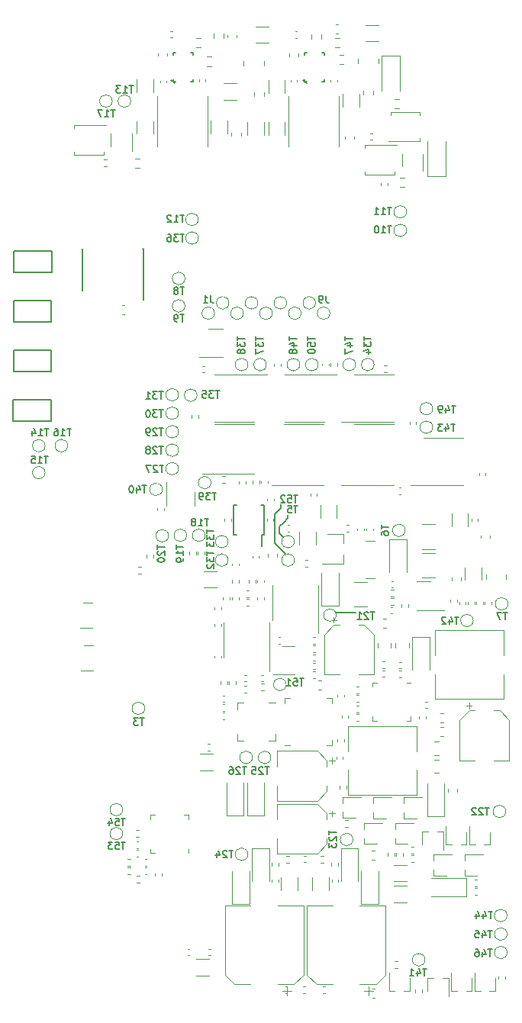
<source format=gbr>
%TF.GenerationSoftware,KiCad,Pcbnew,6.99.0-1.20221101gitf80c150.fc36*%
%TF.CreationDate,2022-11-27T18:51:57+00:00*%
%TF.ProjectId,bugg-main-r4,62756767-2d6d-4616-996e-2d72342e6b69,rev?*%
%TF.SameCoordinates,Original*%
%TF.FileFunction,Legend,Bot*%
%TF.FilePolarity,Positive*%
%FSLAX46Y46*%
G04 Gerber Fmt 4.6, Leading zero omitted, Abs format (unit mm)*
G04 Created by KiCad (PCBNEW 6.99.0-1.20221101gitf80c150.fc36) date 2022-11-27 18:51:57*
%MOMM*%
%LPD*%
G01*
G04 APERTURE LIST*
%ADD10C,0.150000*%
%ADD11C,0.120000*%
G04 APERTURE END LIST*
D10*
X2150000Y6400000D02*
X2150000Y3200000D01*
X3150000Y5500000D02*
X2700000Y5050000D01*
X3650000Y6000000D02*
X3650000Y6300000D01*
X11150000Y-4500000D02*
X8950000Y-4500000D01*
X2150000Y6400000D02*
X2850000Y7100000D01*
X2150000Y3200000D02*
X3350000Y2000000D01*
X2700000Y4250000D02*
X3100000Y3850000D01*
X3150000Y5500000D02*
X3650000Y6000000D01*
X2850000Y7100000D02*
X2850000Y7500000D01*
X2700000Y5050000D02*
X2700000Y4250000D01*
%TO.C,T10*%
X15140476Y38406095D02*
X14683333Y38406095D01*
X14911905Y37606095D02*
X14911905Y38406095D01*
X13997619Y37606095D02*
X14454762Y37606095D01*
X14226190Y37606095D02*
X14226190Y38406095D01*
X14226190Y38406095D02*
X14302381Y38291809D01*
X14302381Y38291809D02*
X14378571Y38215619D01*
X14378571Y38215619D02*
X14454762Y38177523D01*
X13502380Y38406095D02*
X13426190Y38406095D01*
X13426190Y38406095D02*
X13349999Y38368000D01*
X13349999Y38368000D02*
X13311904Y38329904D01*
X13311904Y38329904D02*
X13273809Y38253714D01*
X13273809Y38253714D02*
X13235714Y38101333D01*
X13235714Y38101333D02*
X13235714Y37910857D01*
X13235714Y37910857D02*
X13273809Y37758476D01*
X13273809Y37758476D02*
X13311904Y37682285D01*
X13311904Y37682285D02*
X13349999Y37644190D01*
X13349999Y37644190D02*
X13426190Y37606095D01*
X13426190Y37606095D02*
X13502380Y37606095D01*
X13502380Y37606095D02*
X13578571Y37644190D01*
X13578571Y37644190D02*
X13616666Y37682285D01*
X13616666Y37682285D02*
X13654761Y37758476D01*
X13654761Y37758476D02*
X13692857Y37910857D01*
X13692857Y37910857D02*
X13692857Y38101333D01*
X13692857Y38101333D02*
X13654761Y38253714D01*
X13654761Y38253714D02*
X13616666Y38329904D01*
X13616666Y38329904D02*
X13578571Y38368000D01*
X13578571Y38368000D02*
X13502380Y38406095D01*
%TO.C,T29*%
X-10209523Y15956095D02*
X-10666666Y15956095D01*
X-10438094Y15156095D02*
X-10438094Y15956095D01*
X-10895237Y15879904D02*
X-10933333Y15918000D01*
X-10933333Y15918000D02*
X-11009523Y15956095D01*
X-11009523Y15956095D02*
X-11199999Y15956095D01*
X-11199999Y15956095D02*
X-11276190Y15918000D01*
X-11276190Y15918000D02*
X-11314285Y15879904D01*
X-11314285Y15879904D02*
X-11352380Y15803714D01*
X-11352380Y15803714D02*
X-11352380Y15727523D01*
X-11352380Y15727523D02*
X-11314285Y15613238D01*
X-11314285Y15613238D02*
X-10857142Y15156095D01*
X-10857142Y15156095D02*
X-11352380Y15156095D01*
X-11733333Y15156095D02*
X-11885714Y15156095D01*
X-11885714Y15156095D02*
X-11961904Y15194190D01*
X-11961904Y15194190D02*
X-12000000Y15232285D01*
X-12000000Y15232285D02*
X-12076190Y15346571D01*
X-12076190Y15346571D02*
X-12114285Y15498952D01*
X-12114285Y15498952D02*
X-12114285Y15803714D01*
X-12114285Y15803714D02*
X-12076190Y15879904D01*
X-12076190Y15879904D02*
X-12038095Y15918000D01*
X-12038095Y15918000D02*
X-11961904Y15956095D01*
X-11961904Y15956095D02*
X-11809523Y15956095D01*
X-11809523Y15956095D02*
X-11733333Y15918000D01*
X-11733333Y15918000D02*
X-11695238Y15879904D01*
X-11695238Y15879904D02*
X-11657142Y15803714D01*
X-11657142Y15803714D02*
X-11657142Y15613238D01*
X-11657142Y15613238D02*
X-11695238Y15537047D01*
X-11695238Y15537047D02*
X-11733333Y15498952D01*
X-11733333Y15498952D02*
X-11809523Y15460857D01*
X-11809523Y15460857D02*
X-11961904Y15460857D01*
X-11961904Y15460857D02*
X-12038095Y15498952D01*
X-12038095Y15498952D02*
X-12076190Y15537047D01*
X-12076190Y15537047D02*
X-12114285Y15613238D01*
%TO.C,T17*%
X-15559523Y51308095D02*
X-16016666Y51308095D01*
X-15788094Y50508095D02*
X-15788094Y51308095D01*
X-16702380Y50508095D02*
X-16245237Y50508095D01*
X-16473809Y50508095D02*
X-16473809Y51308095D01*
X-16473809Y51308095D02*
X-16397618Y51193809D01*
X-16397618Y51193809D02*
X-16321428Y51117619D01*
X-16321428Y51117619D02*
X-16245237Y51079523D01*
X-16969047Y51308095D02*
X-17502381Y51308095D01*
X-17502381Y51308095D02*
X-17159523Y50508095D01*
%TO.C,T15*%
X-22959523Y12856095D02*
X-23416666Y12856095D01*
X-23188094Y12056095D02*
X-23188094Y12856095D01*
X-24102380Y12056095D02*
X-23645237Y12056095D01*
X-23873809Y12056095D02*
X-23873809Y12856095D01*
X-23873809Y12856095D02*
X-23797618Y12741809D01*
X-23797618Y12741809D02*
X-23721428Y12665619D01*
X-23721428Y12665619D02*
X-23645237Y12627523D01*
X-24826190Y12856095D02*
X-24445238Y12856095D01*
X-24445238Y12856095D02*
X-24407142Y12475142D01*
X-24407142Y12475142D02*
X-24445238Y12513238D01*
X-24445238Y12513238D02*
X-24521428Y12551333D01*
X-24521428Y12551333D02*
X-24711904Y12551333D01*
X-24711904Y12551333D02*
X-24788095Y12513238D01*
X-24788095Y12513238D02*
X-24826190Y12475142D01*
X-24826190Y12475142D02*
X-24864285Y12398952D01*
X-24864285Y12398952D02*
X-24864285Y12208476D01*
X-24864285Y12208476D02*
X-24826190Y12132285D01*
X-24826190Y12132285D02*
X-24788095Y12094190D01*
X-24788095Y12094190D02*
X-24711904Y12056095D01*
X-24711904Y12056095D02*
X-24521428Y12056095D01*
X-24521428Y12056095D02*
X-24445238Y12094190D01*
X-24445238Y12094190D02*
X-24407142Y12132285D01*
%TO.C,T19*%
X-8756095Y2990476D02*
X-8756095Y2533333D01*
X-7956095Y2761905D02*
X-8756095Y2761905D01*
X-7956095Y1847619D02*
X-7956095Y2304762D01*
X-7956095Y2076190D02*
X-8756095Y2076190D01*
X-8756095Y2076190D02*
X-8641809Y2152381D01*
X-8641809Y2152381D02*
X-8565619Y2228571D01*
X-8565619Y2228571D02*
X-8527523Y2304762D01*
X-7956095Y1466666D02*
X-7956095Y1314285D01*
X-7956095Y1314285D02*
X-7994190Y1238095D01*
X-7994190Y1238095D02*
X-8032285Y1199999D01*
X-8032285Y1199999D02*
X-8146571Y1123809D01*
X-8146571Y1123809D02*
X-8298952Y1085714D01*
X-8298952Y1085714D02*
X-8603714Y1085714D01*
X-8603714Y1085714D02*
X-8679904Y1123809D01*
X-8679904Y1123809D02*
X-8718000Y1161904D01*
X-8718000Y1161904D02*
X-8756095Y1238095D01*
X-8756095Y1238095D02*
X-8756095Y1390476D01*
X-8756095Y1390476D02*
X-8718000Y1466666D01*
X-8718000Y1466666D02*
X-8679904Y1504761D01*
X-8679904Y1504761D02*
X-8603714Y1542857D01*
X-8603714Y1542857D02*
X-8413238Y1542857D01*
X-8413238Y1542857D02*
X-8337047Y1504761D01*
X-8337047Y1504761D02*
X-8298952Y1466666D01*
X-8298952Y1466666D02*
X-8260857Y1390476D01*
X-8260857Y1390476D02*
X-8260857Y1238095D01*
X-8260857Y1238095D02*
X-8298952Y1161904D01*
X-8298952Y1161904D02*
X-8337047Y1123809D01*
X-8337047Y1123809D02*
X-8413238Y1085714D01*
%TO.C,T51*%
X5390476Y-11843904D02*
X4933333Y-11843904D01*
X5161905Y-12643904D02*
X5161905Y-11843904D01*
X4285714Y-11843904D02*
X4666666Y-11843904D01*
X4666666Y-11843904D02*
X4704762Y-12224857D01*
X4704762Y-12224857D02*
X4666666Y-12186761D01*
X4666666Y-12186761D02*
X4590476Y-12148666D01*
X4590476Y-12148666D02*
X4400000Y-12148666D01*
X4400000Y-12148666D02*
X4323809Y-12186761D01*
X4323809Y-12186761D02*
X4285714Y-12224857D01*
X4285714Y-12224857D02*
X4247619Y-12301047D01*
X4247619Y-12301047D02*
X4247619Y-12491523D01*
X4247619Y-12491523D02*
X4285714Y-12567714D01*
X4285714Y-12567714D02*
X4323809Y-12605809D01*
X4323809Y-12605809D02*
X4400000Y-12643904D01*
X4400000Y-12643904D02*
X4590476Y-12643904D01*
X4590476Y-12643904D02*
X4666666Y-12605809D01*
X4666666Y-12605809D02*
X4704762Y-12567714D01*
X3485714Y-12643904D02*
X3942857Y-12643904D01*
X3714285Y-12643904D02*
X3714285Y-11843904D01*
X3714285Y-11843904D02*
X3790476Y-11958190D01*
X3790476Y-11958190D02*
X3866666Y-12034380D01*
X3866666Y-12034380D02*
X3942857Y-12072476D01*
%TO.C,T5*%
X4723809Y7356095D02*
X4266666Y7356095D01*
X4495238Y6556095D02*
X4495238Y7356095D01*
X3619047Y7356095D02*
X3999999Y7356095D01*
X3999999Y7356095D02*
X4038095Y6975142D01*
X4038095Y6975142D02*
X3999999Y7013238D01*
X3999999Y7013238D02*
X3923809Y7051333D01*
X3923809Y7051333D02*
X3733333Y7051333D01*
X3733333Y7051333D02*
X3657142Y7013238D01*
X3657142Y7013238D02*
X3619047Y6975142D01*
X3619047Y6975142D02*
X3580952Y6898952D01*
X3580952Y6898952D02*
X3580952Y6708476D01*
X3580952Y6708476D02*
X3619047Y6632285D01*
X3619047Y6632285D02*
X3657142Y6594190D01*
X3657142Y6594190D02*
X3733333Y6556095D01*
X3733333Y6556095D02*
X3923809Y6556095D01*
X3923809Y6556095D02*
X3999999Y6594190D01*
X3999999Y6594190D02*
X4038095Y6632285D01*
%TO.C,T38*%
X-1956095Y26140476D02*
X-1956095Y25683333D01*
X-1156095Y25911905D02*
X-1956095Y25911905D01*
X-1956095Y25492857D02*
X-1956095Y24997619D01*
X-1956095Y24997619D02*
X-1651333Y25264285D01*
X-1651333Y25264285D02*
X-1651333Y25150000D01*
X-1651333Y25150000D02*
X-1613238Y25073809D01*
X-1613238Y25073809D02*
X-1575142Y25035714D01*
X-1575142Y25035714D02*
X-1498952Y24997619D01*
X-1498952Y24997619D02*
X-1308476Y24997619D01*
X-1308476Y24997619D02*
X-1232285Y25035714D01*
X-1232285Y25035714D02*
X-1194190Y25073809D01*
X-1194190Y25073809D02*
X-1156095Y25150000D01*
X-1156095Y25150000D02*
X-1156095Y25378571D01*
X-1156095Y25378571D02*
X-1194190Y25454762D01*
X-1194190Y25454762D02*
X-1232285Y25492857D01*
X-1613238Y24540476D02*
X-1651333Y24616666D01*
X-1651333Y24616666D02*
X-1689428Y24654761D01*
X-1689428Y24654761D02*
X-1765619Y24692857D01*
X-1765619Y24692857D02*
X-1803714Y24692857D01*
X-1803714Y24692857D02*
X-1879904Y24654761D01*
X-1879904Y24654761D02*
X-1918000Y24616666D01*
X-1918000Y24616666D02*
X-1956095Y24540476D01*
X-1956095Y24540476D02*
X-1956095Y24388095D01*
X-1956095Y24388095D02*
X-1918000Y24311904D01*
X-1918000Y24311904D02*
X-1879904Y24273809D01*
X-1879904Y24273809D02*
X-1803714Y24235714D01*
X-1803714Y24235714D02*
X-1765619Y24235714D01*
X-1765619Y24235714D02*
X-1689428Y24273809D01*
X-1689428Y24273809D02*
X-1651333Y24311904D01*
X-1651333Y24311904D02*
X-1613238Y24388095D01*
X-1613238Y24388095D02*
X-1613238Y24540476D01*
X-1613238Y24540476D02*
X-1575142Y24616666D01*
X-1575142Y24616666D02*
X-1537047Y24654761D01*
X-1537047Y24654761D02*
X-1460857Y24692857D01*
X-1460857Y24692857D02*
X-1308476Y24692857D01*
X-1308476Y24692857D02*
X-1232285Y24654761D01*
X-1232285Y24654761D02*
X-1194190Y24616666D01*
X-1194190Y24616666D02*
X-1156095Y24540476D01*
X-1156095Y24540476D02*
X-1156095Y24388095D01*
X-1156095Y24388095D02*
X-1194190Y24311904D01*
X-1194190Y24311904D02*
X-1232285Y24273809D01*
X-1232285Y24273809D02*
X-1308476Y24235714D01*
X-1308476Y24235714D02*
X-1460857Y24235714D01*
X-1460857Y24235714D02*
X-1537047Y24273809D01*
X-1537047Y24273809D02*
X-1575142Y24311904D01*
X-1575142Y24311904D02*
X-1613238Y24388095D01*
%TO.C,T18*%
X-5159523Y5906095D02*
X-5616666Y5906095D01*
X-5388094Y5106095D02*
X-5388094Y5906095D01*
X-6302380Y5106095D02*
X-5845237Y5106095D01*
X-6073809Y5106095D02*
X-6073809Y5906095D01*
X-6073809Y5906095D02*
X-5997618Y5791809D01*
X-5997618Y5791809D02*
X-5921428Y5715619D01*
X-5921428Y5715619D02*
X-5845237Y5677523D01*
X-6759523Y5563238D02*
X-6683333Y5601333D01*
X-6683333Y5601333D02*
X-6645238Y5639428D01*
X-6645238Y5639428D02*
X-6607142Y5715619D01*
X-6607142Y5715619D02*
X-6607142Y5753714D01*
X-6607142Y5753714D02*
X-6645238Y5829904D01*
X-6645238Y5829904D02*
X-6683333Y5868000D01*
X-6683333Y5868000D02*
X-6759523Y5906095D01*
X-6759523Y5906095D02*
X-6911904Y5906095D01*
X-6911904Y5906095D02*
X-6988095Y5868000D01*
X-6988095Y5868000D02*
X-7026190Y5829904D01*
X-7026190Y5829904D02*
X-7064285Y5753714D01*
X-7064285Y5753714D02*
X-7064285Y5715619D01*
X-7064285Y5715619D02*
X-7026190Y5639428D01*
X-7026190Y5639428D02*
X-6988095Y5601333D01*
X-6988095Y5601333D02*
X-6911904Y5563238D01*
X-6911904Y5563238D02*
X-6759523Y5563238D01*
X-6759523Y5563238D02*
X-6683333Y5525142D01*
X-6683333Y5525142D02*
X-6645238Y5487047D01*
X-6645238Y5487047D02*
X-6607142Y5410857D01*
X-6607142Y5410857D02*
X-6607142Y5258476D01*
X-6607142Y5258476D02*
X-6645238Y5182285D01*
X-6645238Y5182285D02*
X-6683333Y5144190D01*
X-6683333Y5144190D02*
X-6759523Y5106095D01*
X-6759523Y5106095D02*
X-6911904Y5106095D01*
X-6911904Y5106095D02*
X-6988095Y5144190D01*
X-6988095Y5144190D02*
X-7026190Y5182285D01*
X-7026190Y5182285D02*
X-7064285Y5258476D01*
X-7064285Y5258476D02*
X-7064285Y5410857D01*
X-7064285Y5410857D02*
X-7026190Y5487047D01*
X-7026190Y5487047D02*
X-6988095Y5525142D01*
X-6988095Y5525142D02*
X-6911904Y5563238D01*
%TO.C,T48*%
X3793904Y26140476D02*
X3793904Y25683333D01*
X4593904Y25911905D02*
X3793904Y25911905D01*
X4060571Y25073809D02*
X4593904Y25073809D01*
X3755809Y25264285D02*
X4327238Y25454762D01*
X4327238Y25454762D02*
X4327238Y24959523D01*
X4136761Y24540476D02*
X4098666Y24616666D01*
X4098666Y24616666D02*
X4060571Y24654761D01*
X4060571Y24654761D02*
X3984380Y24692857D01*
X3984380Y24692857D02*
X3946285Y24692857D01*
X3946285Y24692857D02*
X3870095Y24654761D01*
X3870095Y24654761D02*
X3832000Y24616666D01*
X3832000Y24616666D02*
X3793904Y24540476D01*
X3793904Y24540476D02*
X3793904Y24388095D01*
X3793904Y24388095D02*
X3832000Y24311904D01*
X3832000Y24311904D02*
X3870095Y24273809D01*
X3870095Y24273809D02*
X3946285Y24235714D01*
X3946285Y24235714D02*
X3984380Y24235714D01*
X3984380Y24235714D02*
X4060571Y24273809D01*
X4060571Y24273809D02*
X4098666Y24311904D01*
X4098666Y24311904D02*
X4136761Y24388095D01*
X4136761Y24388095D02*
X4136761Y24540476D01*
X4136761Y24540476D02*
X4174857Y24616666D01*
X4174857Y24616666D02*
X4212952Y24654761D01*
X4212952Y24654761D02*
X4289142Y24692857D01*
X4289142Y24692857D02*
X4441523Y24692857D01*
X4441523Y24692857D02*
X4517714Y24654761D01*
X4517714Y24654761D02*
X4555809Y24616666D01*
X4555809Y24616666D02*
X4593904Y24540476D01*
X4593904Y24540476D02*
X4593904Y24388095D01*
X4593904Y24388095D02*
X4555809Y24311904D01*
X4555809Y24311904D02*
X4517714Y24273809D01*
X4517714Y24273809D02*
X4441523Y24235714D01*
X4441523Y24235714D02*
X4289142Y24235714D01*
X4289142Y24235714D02*
X4212952Y24273809D01*
X4212952Y24273809D02*
X4174857Y24311904D01*
X4174857Y24311904D02*
X4136761Y24388095D01*
%TO.C,T34*%
X12043904Y26140476D02*
X12043904Y25683333D01*
X12843904Y25911905D02*
X12043904Y25911905D01*
X12043904Y25492857D02*
X12043904Y24997619D01*
X12043904Y24997619D02*
X12348666Y25264285D01*
X12348666Y25264285D02*
X12348666Y25150000D01*
X12348666Y25150000D02*
X12386761Y25073809D01*
X12386761Y25073809D02*
X12424857Y25035714D01*
X12424857Y25035714D02*
X12501047Y24997619D01*
X12501047Y24997619D02*
X12691523Y24997619D01*
X12691523Y24997619D02*
X12767714Y25035714D01*
X12767714Y25035714D02*
X12805809Y25073809D01*
X12805809Y25073809D02*
X12843904Y25150000D01*
X12843904Y25150000D02*
X12843904Y25378571D01*
X12843904Y25378571D02*
X12805809Y25454762D01*
X12805809Y25454762D02*
X12767714Y25492857D01*
X12310571Y24311904D02*
X12843904Y24311904D01*
X12005809Y24502380D02*
X12577238Y24692857D01*
X12577238Y24692857D02*
X12577238Y24197618D01*
%TO.C,T35*%
X-3959523Y20106095D02*
X-4416666Y20106095D01*
X-4188094Y19306095D02*
X-4188094Y20106095D01*
X-4607142Y20106095D02*
X-5102380Y20106095D01*
X-5102380Y20106095D02*
X-4835714Y19801333D01*
X-4835714Y19801333D02*
X-4949999Y19801333D01*
X-4949999Y19801333D02*
X-5026190Y19763238D01*
X-5026190Y19763238D02*
X-5064285Y19725142D01*
X-5064285Y19725142D02*
X-5102380Y19648952D01*
X-5102380Y19648952D02*
X-5102380Y19458476D01*
X-5102380Y19458476D02*
X-5064285Y19382285D01*
X-5064285Y19382285D02*
X-5026190Y19344190D01*
X-5026190Y19344190D02*
X-4949999Y19306095D01*
X-4949999Y19306095D02*
X-4721428Y19306095D01*
X-4721428Y19306095D02*
X-4645237Y19344190D01*
X-4645237Y19344190D02*
X-4607142Y19382285D01*
X-5826190Y20106095D02*
X-5445238Y20106095D01*
X-5445238Y20106095D02*
X-5407142Y19725142D01*
X-5407142Y19725142D02*
X-5445238Y19763238D01*
X-5445238Y19763238D02*
X-5521428Y19801333D01*
X-5521428Y19801333D02*
X-5711904Y19801333D01*
X-5711904Y19801333D02*
X-5788095Y19763238D01*
X-5788095Y19763238D02*
X-5826190Y19725142D01*
X-5826190Y19725142D02*
X-5864285Y19648952D01*
X-5864285Y19648952D02*
X-5864285Y19458476D01*
X-5864285Y19458476D02*
X-5826190Y19382285D01*
X-5826190Y19382285D02*
X-5788095Y19344190D01*
X-5788095Y19344190D02*
X-5711904Y19306095D01*
X-5711904Y19306095D02*
X-5521428Y19306095D01*
X-5521428Y19306095D02*
X-5445238Y19344190D01*
X-5445238Y19344190D02*
X-5407142Y19382285D01*
%TO.C,T37*%
X93904Y26140476D02*
X93904Y25683333D01*
X893904Y25911905D02*
X93904Y25911905D01*
X93904Y25492857D02*
X93904Y24997619D01*
X93904Y24997619D02*
X398666Y25264285D01*
X398666Y25264285D02*
X398666Y25150000D01*
X398666Y25150000D02*
X436761Y25073809D01*
X436761Y25073809D02*
X474857Y25035714D01*
X474857Y25035714D02*
X551047Y24997619D01*
X551047Y24997619D02*
X741523Y24997619D01*
X741523Y24997619D02*
X817714Y25035714D01*
X817714Y25035714D02*
X855809Y25073809D01*
X855809Y25073809D02*
X893904Y25150000D01*
X893904Y25150000D02*
X893904Y25378571D01*
X893904Y25378571D02*
X855809Y25454762D01*
X855809Y25454762D02*
X817714Y25492857D01*
X93904Y24730952D02*
X93904Y24197618D01*
X93904Y24197618D02*
X893904Y24540476D01*
%TO.C,T25*%
X1540476Y-21643904D02*
X1083333Y-21643904D01*
X1311905Y-22443904D02*
X1311905Y-21643904D01*
X854762Y-21720095D02*
X816666Y-21682000D01*
X816666Y-21682000D02*
X740476Y-21643904D01*
X740476Y-21643904D02*
X550000Y-21643904D01*
X550000Y-21643904D02*
X473809Y-21682000D01*
X473809Y-21682000D02*
X435714Y-21720095D01*
X435714Y-21720095D02*
X397619Y-21796285D01*
X397619Y-21796285D02*
X397619Y-21872476D01*
X397619Y-21872476D02*
X435714Y-21986761D01*
X435714Y-21986761D02*
X892857Y-22443904D01*
X892857Y-22443904D02*
X397619Y-22443904D01*
X-326190Y-21643904D02*
X54761Y-21643904D01*
X54761Y-21643904D02*
X92857Y-22024857D01*
X92857Y-22024857D02*
X54761Y-21986761D01*
X54761Y-21986761D02*
X-21428Y-21948666D01*
X-21428Y-21948666D02*
X-211904Y-21948666D01*
X-211904Y-21948666D02*
X-288095Y-21986761D01*
X-288095Y-21986761D02*
X-326190Y-22024857D01*
X-326190Y-22024857D02*
X-364285Y-22101047D01*
X-364285Y-22101047D02*
X-364285Y-22291523D01*
X-364285Y-22291523D02*
X-326190Y-22367714D01*
X-326190Y-22367714D02*
X-288095Y-22405809D01*
X-288095Y-22405809D02*
X-211904Y-22443904D01*
X-211904Y-22443904D02*
X-21428Y-22443904D01*
X-21428Y-22443904D02*
X54761Y-22405809D01*
X54761Y-22405809D02*
X92857Y-22367714D01*
%TO.C,T46*%
X26290476Y-41893904D02*
X25833333Y-41893904D01*
X26061905Y-42693904D02*
X26061905Y-41893904D01*
X25223809Y-42160571D02*
X25223809Y-42693904D01*
X25414285Y-41855809D02*
X25604762Y-42427238D01*
X25604762Y-42427238D02*
X25109523Y-42427238D01*
X24461904Y-41893904D02*
X24614285Y-41893904D01*
X24614285Y-41893904D02*
X24690476Y-41932000D01*
X24690476Y-41932000D02*
X24728571Y-41970095D01*
X24728571Y-41970095D02*
X24804761Y-42084380D01*
X24804761Y-42084380D02*
X24842857Y-42236761D01*
X24842857Y-42236761D02*
X24842857Y-42541523D01*
X24842857Y-42541523D02*
X24804761Y-42617714D01*
X24804761Y-42617714D02*
X24766666Y-42655809D01*
X24766666Y-42655809D02*
X24690476Y-42693904D01*
X24690476Y-42693904D02*
X24538095Y-42693904D01*
X24538095Y-42693904D02*
X24461904Y-42655809D01*
X24461904Y-42655809D02*
X24423809Y-42617714D01*
X24423809Y-42617714D02*
X24385714Y-42541523D01*
X24385714Y-42541523D02*
X24385714Y-42351047D01*
X24385714Y-42351047D02*
X24423809Y-42274857D01*
X24423809Y-42274857D02*
X24461904Y-42236761D01*
X24461904Y-42236761D02*
X24538095Y-42198666D01*
X24538095Y-42198666D02*
X24690476Y-42198666D01*
X24690476Y-42198666D02*
X24766666Y-42236761D01*
X24766666Y-42236761D02*
X24804761Y-42274857D01*
X24804761Y-42274857D02*
X24842857Y-42351047D01*
%TO.C,T7*%
X27959523Y-4493904D02*
X27502380Y-4493904D01*
X27730952Y-5293904D02*
X27730952Y-4493904D01*
X27311904Y-4493904D02*
X26778570Y-4493904D01*
X26778570Y-4493904D02*
X27121428Y-5293904D01*
%TO.C,T6*%
X13995904Y5209523D02*
X13995904Y4752380D01*
X14795904Y4980952D02*
X13995904Y4980952D01*
X13995904Y4142856D02*
X13995904Y4295237D01*
X13995904Y4295237D02*
X14034000Y4371428D01*
X14034000Y4371428D02*
X14072095Y4409523D01*
X14072095Y4409523D02*
X14186380Y4485713D01*
X14186380Y4485713D02*
X14338761Y4523809D01*
X14338761Y4523809D02*
X14643523Y4523809D01*
X14643523Y4523809D02*
X14719714Y4485713D01*
X14719714Y4485713D02*
X14757809Y4447618D01*
X14757809Y4447618D02*
X14795904Y4371428D01*
X14795904Y4371428D02*
X14795904Y4219047D01*
X14795904Y4219047D02*
X14757809Y4142856D01*
X14757809Y4142856D02*
X14719714Y4104761D01*
X14719714Y4104761D02*
X14643523Y4066666D01*
X14643523Y4066666D02*
X14453047Y4066666D01*
X14453047Y4066666D02*
X14376857Y4104761D01*
X14376857Y4104761D02*
X14338761Y4142856D01*
X14338761Y4142856D02*
X14300666Y4219047D01*
X14300666Y4219047D02*
X14300666Y4371428D01*
X14300666Y4371428D02*
X14338761Y4447618D01*
X14338761Y4447618D02*
X14376857Y4485713D01*
X14376857Y4485713D02*
X14453047Y4523809D01*
%TO.C,T47*%
X9993904Y26140476D02*
X9993904Y25683333D01*
X10793904Y25911905D02*
X9993904Y25911905D01*
X10260571Y25073809D02*
X10793904Y25073809D01*
X9955809Y25264285D02*
X10527238Y25454762D01*
X10527238Y25454762D02*
X10527238Y24959523D01*
X9993904Y24730952D02*
X9993904Y24197618D01*
X9993904Y24197618D02*
X10793904Y24540476D01*
%TO.C,T28*%
X-10209523Y13906095D02*
X-10666666Y13906095D01*
X-10438094Y13106095D02*
X-10438094Y13906095D01*
X-10895237Y13829904D02*
X-10933333Y13868000D01*
X-10933333Y13868000D02*
X-11009523Y13906095D01*
X-11009523Y13906095D02*
X-11199999Y13906095D01*
X-11199999Y13906095D02*
X-11276190Y13868000D01*
X-11276190Y13868000D02*
X-11314285Y13829904D01*
X-11314285Y13829904D02*
X-11352380Y13753714D01*
X-11352380Y13753714D02*
X-11352380Y13677523D01*
X-11352380Y13677523D02*
X-11314285Y13563238D01*
X-11314285Y13563238D02*
X-10857142Y13106095D01*
X-10857142Y13106095D02*
X-11352380Y13106095D01*
X-11809523Y13563238D02*
X-11733333Y13601333D01*
X-11733333Y13601333D02*
X-11695238Y13639428D01*
X-11695238Y13639428D02*
X-11657142Y13715619D01*
X-11657142Y13715619D02*
X-11657142Y13753714D01*
X-11657142Y13753714D02*
X-11695238Y13829904D01*
X-11695238Y13829904D02*
X-11733333Y13868000D01*
X-11733333Y13868000D02*
X-11809523Y13906095D01*
X-11809523Y13906095D02*
X-11961904Y13906095D01*
X-11961904Y13906095D02*
X-12038095Y13868000D01*
X-12038095Y13868000D02*
X-12076190Y13829904D01*
X-12076190Y13829904D02*
X-12114285Y13753714D01*
X-12114285Y13753714D02*
X-12114285Y13715619D01*
X-12114285Y13715619D02*
X-12076190Y13639428D01*
X-12076190Y13639428D02*
X-12038095Y13601333D01*
X-12038095Y13601333D02*
X-11961904Y13563238D01*
X-11961904Y13563238D02*
X-11809523Y13563238D01*
X-11809523Y13563238D02*
X-11733333Y13525142D01*
X-11733333Y13525142D02*
X-11695238Y13487047D01*
X-11695238Y13487047D02*
X-11657142Y13410857D01*
X-11657142Y13410857D02*
X-11657142Y13258476D01*
X-11657142Y13258476D02*
X-11695238Y13182285D01*
X-11695238Y13182285D02*
X-11733333Y13144190D01*
X-11733333Y13144190D02*
X-11809523Y13106095D01*
X-11809523Y13106095D02*
X-11961904Y13106095D01*
X-11961904Y13106095D02*
X-12038095Y13144190D01*
X-12038095Y13144190D02*
X-12076190Y13182285D01*
X-12076190Y13182285D02*
X-12114285Y13258476D01*
X-12114285Y13258476D02*
X-12114285Y13410857D01*
X-12114285Y13410857D02*
X-12076190Y13487047D01*
X-12076190Y13487047D02*
X-12038095Y13525142D01*
X-12038095Y13525142D02*
X-11961904Y13563238D01*
%TO.C,T26*%
X-959523Y-21643904D02*
X-1416666Y-21643904D01*
X-1188094Y-22443904D02*
X-1188094Y-21643904D01*
X-1645237Y-21720095D02*
X-1683333Y-21682000D01*
X-1683333Y-21682000D02*
X-1759523Y-21643904D01*
X-1759523Y-21643904D02*
X-1949999Y-21643904D01*
X-1949999Y-21643904D02*
X-2026190Y-21682000D01*
X-2026190Y-21682000D02*
X-2064285Y-21720095D01*
X-2064285Y-21720095D02*
X-2102380Y-21796285D01*
X-2102380Y-21796285D02*
X-2102380Y-21872476D01*
X-2102380Y-21872476D02*
X-2064285Y-21986761D01*
X-2064285Y-21986761D02*
X-1607142Y-22443904D01*
X-1607142Y-22443904D02*
X-2102380Y-22443904D01*
X-2788095Y-21643904D02*
X-2635714Y-21643904D01*
X-2635714Y-21643904D02*
X-2559523Y-21682000D01*
X-2559523Y-21682000D02*
X-2521428Y-21720095D01*
X-2521428Y-21720095D02*
X-2445238Y-21834380D01*
X-2445238Y-21834380D02*
X-2407142Y-21986761D01*
X-2407142Y-21986761D02*
X-2407142Y-22291523D01*
X-2407142Y-22291523D02*
X-2445238Y-22367714D01*
X-2445238Y-22367714D02*
X-2483333Y-22405809D01*
X-2483333Y-22405809D02*
X-2559523Y-22443904D01*
X-2559523Y-22443904D02*
X-2711904Y-22443904D01*
X-2711904Y-22443904D02*
X-2788095Y-22405809D01*
X-2788095Y-22405809D02*
X-2826190Y-22367714D01*
X-2826190Y-22367714D02*
X-2864285Y-22291523D01*
X-2864285Y-22291523D02*
X-2864285Y-22101047D01*
X-2864285Y-22101047D02*
X-2826190Y-22024857D01*
X-2826190Y-22024857D02*
X-2788095Y-21986761D01*
X-2788095Y-21986761D02*
X-2711904Y-21948666D01*
X-2711904Y-21948666D02*
X-2559523Y-21948666D01*
X-2559523Y-21948666D02*
X-2483333Y-21986761D01*
X-2483333Y-21986761D02*
X-2445238Y-22024857D01*
X-2445238Y-22024857D02*
X-2407142Y-22101047D01*
%TO.C,T39*%
X-4309523Y8806095D02*
X-4766666Y8806095D01*
X-4538094Y8006095D02*
X-4538094Y8806095D01*
X-4957142Y8806095D02*
X-5452380Y8806095D01*
X-5452380Y8806095D02*
X-5185714Y8501333D01*
X-5185714Y8501333D02*
X-5299999Y8501333D01*
X-5299999Y8501333D02*
X-5376190Y8463238D01*
X-5376190Y8463238D02*
X-5414285Y8425142D01*
X-5414285Y8425142D02*
X-5452380Y8348952D01*
X-5452380Y8348952D02*
X-5452380Y8158476D01*
X-5452380Y8158476D02*
X-5414285Y8082285D01*
X-5414285Y8082285D02*
X-5376190Y8044190D01*
X-5376190Y8044190D02*
X-5299999Y8006095D01*
X-5299999Y8006095D02*
X-5071428Y8006095D01*
X-5071428Y8006095D02*
X-4995237Y8044190D01*
X-4995237Y8044190D02*
X-4957142Y8082285D01*
X-5833333Y8006095D02*
X-5985714Y8006095D01*
X-5985714Y8006095D02*
X-6061904Y8044190D01*
X-6061904Y8044190D02*
X-6100000Y8082285D01*
X-6100000Y8082285D02*
X-6176190Y8196571D01*
X-6176190Y8196571D02*
X-6214285Y8348952D01*
X-6214285Y8348952D02*
X-6214285Y8653714D01*
X-6214285Y8653714D02*
X-6176190Y8729904D01*
X-6176190Y8729904D02*
X-6138095Y8768000D01*
X-6138095Y8768000D02*
X-6061904Y8806095D01*
X-6061904Y8806095D02*
X-5909523Y8806095D01*
X-5909523Y8806095D02*
X-5833333Y8768000D01*
X-5833333Y8768000D02*
X-5795238Y8729904D01*
X-5795238Y8729904D02*
X-5757142Y8653714D01*
X-5757142Y8653714D02*
X-5757142Y8463238D01*
X-5757142Y8463238D02*
X-5795238Y8387047D01*
X-5795238Y8387047D02*
X-5833333Y8348952D01*
X-5833333Y8348952D02*
X-5909523Y8310857D01*
X-5909523Y8310857D02*
X-6061904Y8310857D01*
X-6061904Y8310857D02*
X-6138095Y8348952D01*
X-6138095Y8348952D02*
X-6176190Y8387047D01*
X-6176190Y8387047D02*
X-6214285Y8463238D01*
%TO.C,T20*%
X-10856095Y2990476D02*
X-10856095Y2533333D01*
X-10056095Y2761905D02*
X-10856095Y2761905D01*
X-10779904Y2304762D02*
X-10818000Y2266666D01*
X-10818000Y2266666D02*
X-10856095Y2190476D01*
X-10856095Y2190476D02*
X-10856095Y2000000D01*
X-10856095Y2000000D02*
X-10818000Y1923809D01*
X-10818000Y1923809D02*
X-10779904Y1885714D01*
X-10779904Y1885714D02*
X-10703714Y1847619D01*
X-10703714Y1847619D02*
X-10627523Y1847619D01*
X-10627523Y1847619D02*
X-10513238Y1885714D01*
X-10513238Y1885714D02*
X-10056095Y2342857D01*
X-10056095Y2342857D02*
X-10056095Y1847619D01*
X-10856095Y1352380D02*
X-10856095Y1276190D01*
X-10856095Y1276190D02*
X-10818000Y1199999D01*
X-10818000Y1199999D02*
X-10779904Y1161904D01*
X-10779904Y1161904D02*
X-10703714Y1123809D01*
X-10703714Y1123809D02*
X-10551333Y1085714D01*
X-10551333Y1085714D02*
X-10360857Y1085714D01*
X-10360857Y1085714D02*
X-10208476Y1123809D01*
X-10208476Y1123809D02*
X-10132285Y1161904D01*
X-10132285Y1161904D02*
X-10094190Y1199999D01*
X-10094190Y1199999D02*
X-10056095Y1276190D01*
X-10056095Y1276190D02*
X-10056095Y1352380D01*
X-10056095Y1352380D02*
X-10094190Y1428571D01*
X-10094190Y1428571D02*
X-10132285Y1466666D01*
X-10132285Y1466666D02*
X-10208476Y1504761D01*
X-10208476Y1504761D02*
X-10360857Y1542857D01*
X-10360857Y1542857D02*
X-10551333Y1542857D01*
X-10551333Y1542857D02*
X-10703714Y1504761D01*
X-10703714Y1504761D02*
X-10779904Y1466666D01*
X-10779904Y1466666D02*
X-10818000Y1428571D01*
X-10818000Y1428571D02*
X-10856095Y1352380D01*
%TO.C,T36*%
X-7859523Y37456095D02*
X-8316666Y37456095D01*
X-8088094Y36656095D02*
X-8088094Y37456095D01*
X-8507142Y37456095D02*
X-9002380Y37456095D01*
X-9002380Y37456095D02*
X-8735714Y37151333D01*
X-8735714Y37151333D02*
X-8849999Y37151333D01*
X-8849999Y37151333D02*
X-8926190Y37113238D01*
X-8926190Y37113238D02*
X-8964285Y37075142D01*
X-8964285Y37075142D02*
X-9002380Y36998952D01*
X-9002380Y36998952D02*
X-9002380Y36808476D01*
X-9002380Y36808476D02*
X-8964285Y36732285D01*
X-8964285Y36732285D02*
X-8926190Y36694190D01*
X-8926190Y36694190D02*
X-8849999Y36656095D01*
X-8849999Y36656095D02*
X-8621428Y36656095D01*
X-8621428Y36656095D02*
X-8545237Y36694190D01*
X-8545237Y36694190D02*
X-8507142Y36732285D01*
X-9688095Y37456095D02*
X-9535714Y37456095D01*
X-9535714Y37456095D02*
X-9459523Y37418000D01*
X-9459523Y37418000D02*
X-9421428Y37379904D01*
X-9421428Y37379904D02*
X-9345238Y37265619D01*
X-9345238Y37265619D02*
X-9307142Y37113238D01*
X-9307142Y37113238D02*
X-9307142Y36808476D01*
X-9307142Y36808476D02*
X-9345238Y36732285D01*
X-9345238Y36732285D02*
X-9383333Y36694190D01*
X-9383333Y36694190D02*
X-9459523Y36656095D01*
X-9459523Y36656095D02*
X-9611904Y36656095D01*
X-9611904Y36656095D02*
X-9688095Y36694190D01*
X-9688095Y36694190D02*
X-9726190Y36732285D01*
X-9726190Y36732285D02*
X-9764285Y36808476D01*
X-9764285Y36808476D02*
X-9764285Y36998952D01*
X-9764285Y36998952D02*
X-9726190Y37075142D01*
X-9726190Y37075142D02*
X-9688095Y37113238D01*
X-9688095Y37113238D02*
X-9611904Y37151333D01*
X-9611904Y37151333D02*
X-9459523Y37151333D01*
X-9459523Y37151333D02*
X-9383333Y37113238D01*
X-9383333Y37113238D02*
X-9345238Y37075142D01*
X-9345238Y37075142D02*
X-9307142Y36998952D01*
%TO.C,T13*%
X-13509523Y53956095D02*
X-13966666Y53956095D01*
X-13738094Y53156095D02*
X-13738094Y53956095D01*
X-14652380Y53156095D02*
X-14195237Y53156095D01*
X-14423809Y53156095D02*
X-14423809Y53956095D01*
X-14423809Y53956095D02*
X-14347618Y53841809D01*
X-14347618Y53841809D02*
X-14271428Y53765619D01*
X-14271428Y53765619D02*
X-14195237Y53727523D01*
X-14919047Y53956095D02*
X-15414285Y53956095D01*
X-15414285Y53956095D02*
X-15147619Y53651333D01*
X-15147619Y53651333D02*
X-15261904Y53651333D01*
X-15261904Y53651333D02*
X-15338095Y53613238D01*
X-15338095Y53613238D02*
X-15376190Y53575142D01*
X-15376190Y53575142D02*
X-15414285Y53498952D01*
X-15414285Y53498952D02*
X-15414285Y53308476D01*
X-15414285Y53308476D02*
X-15376190Y53232285D01*
X-15376190Y53232285D02*
X-15338095Y53194190D01*
X-15338095Y53194190D02*
X-15261904Y53156095D01*
X-15261904Y53156095D02*
X-15033333Y53156095D01*
X-15033333Y53156095D02*
X-14957142Y53194190D01*
X-14957142Y53194190D02*
X-14919047Y53232285D01*
%TO.C,T52*%
X4723809Y8506095D02*
X4266666Y8506095D01*
X4495238Y7706095D02*
X4495238Y8506095D01*
X3619047Y8506095D02*
X3999999Y8506095D01*
X3999999Y8506095D02*
X4038095Y8125142D01*
X4038095Y8125142D02*
X3999999Y8163238D01*
X3999999Y8163238D02*
X3923809Y8201333D01*
X3923809Y8201333D02*
X3733333Y8201333D01*
X3733333Y8201333D02*
X3657142Y8163238D01*
X3657142Y8163238D02*
X3619047Y8125142D01*
X3619047Y8125142D02*
X3580952Y8048952D01*
X3580952Y8048952D02*
X3580952Y7858476D01*
X3580952Y7858476D02*
X3619047Y7782285D01*
X3619047Y7782285D02*
X3657142Y7744190D01*
X3657142Y7744190D02*
X3733333Y7706095D01*
X3733333Y7706095D02*
X3923809Y7706095D01*
X3923809Y7706095D02*
X3999999Y7744190D01*
X3999999Y7744190D02*
X4038095Y7782285D01*
X3276190Y8429904D02*
X3238094Y8468000D01*
X3238094Y8468000D02*
X3161904Y8506095D01*
X3161904Y8506095D02*
X2971428Y8506095D01*
X2971428Y8506095D02*
X2895237Y8468000D01*
X2895237Y8468000D02*
X2857142Y8429904D01*
X2857142Y8429904D02*
X2819047Y8353714D01*
X2819047Y8353714D02*
X2819047Y8277523D01*
X2819047Y8277523D02*
X2857142Y8163238D01*
X2857142Y8163238D02*
X3314285Y7706095D01*
X3314285Y7706095D02*
X2819047Y7706095D01*
%TO.C,T53*%
X-14409523Y-29991904D02*
X-14866666Y-29991904D01*
X-14638094Y-30791904D02*
X-14638094Y-29991904D01*
X-15514285Y-29991904D02*
X-15133333Y-29991904D01*
X-15133333Y-29991904D02*
X-15095237Y-30372857D01*
X-15095237Y-30372857D02*
X-15133333Y-30334761D01*
X-15133333Y-30334761D02*
X-15209523Y-30296666D01*
X-15209523Y-30296666D02*
X-15399999Y-30296666D01*
X-15399999Y-30296666D02*
X-15476190Y-30334761D01*
X-15476190Y-30334761D02*
X-15514285Y-30372857D01*
X-15514285Y-30372857D02*
X-15552380Y-30449047D01*
X-15552380Y-30449047D02*
X-15552380Y-30639523D01*
X-15552380Y-30639523D02*
X-15514285Y-30715714D01*
X-15514285Y-30715714D02*
X-15476190Y-30753809D01*
X-15476190Y-30753809D02*
X-15399999Y-30791904D01*
X-15399999Y-30791904D02*
X-15209523Y-30791904D01*
X-15209523Y-30791904D02*
X-15133333Y-30753809D01*
X-15133333Y-30753809D02*
X-15095237Y-30715714D01*
X-15819047Y-29991904D02*
X-16314285Y-29991904D01*
X-16314285Y-29991904D02*
X-16047619Y-30296666D01*
X-16047619Y-30296666D02*
X-16161904Y-30296666D01*
X-16161904Y-30296666D02*
X-16238095Y-30334761D01*
X-16238095Y-30334761D02*
X-16276190Y-30372857D01*
X-16276190Y-30372857D02*
X-16314285Y-30449047D01*
X-16314285Y-30449047D02*
X-16314285Y-30639523D01*
X-16314285Y-30639523D02*
X-16276190Y-30715714D01*
X-16276190Y-30715714D02*
X-16238095Y-30753809D01*
X-16238095Y-30753809D02*
X-16161904Y-30791904D01*
X-16161904Y-30791904D02*
X-15933333Y-30791904D01*
X-15933333Y-30791904D02*
X-15857142Y-30753809D01*
X-15857142Y-30753809D02*
X-15819047Y-30715714D01*
%TO.C,T12*%
X-7859523Y39606095D02*
X-8316666Y39606095D01*
X-8088094Y38806095D02*
X-8088094Y39606095D01*
X-9002380Y38806095D02*
X-8545237Y38806095D01*
X-8773809Y38806095D02*
X-8773809Y39606095D01*
X-8773809Y39606095D02*
X-8697618Y39491809D01*
X-8697618Y39491809D02*
X-8621428Y39415619D01*
X-8621428Y39415619D02*
X-8545237Y39377523D01*
X-9307142Y39529904D02*
X-9345238Y39568000D01*
X-9345238Y39568000D02*
X-9421428Y39606095D01*
X-9421428Y39606095D02*
X-9611904Y39606095D01*
X-9611904Y39606095D02*
X-9688095Y39568000D01*
X-9688095Y39568000D02*
X-9726190Y39529904D01*
X-9726190Y39529904D02*
X-9764285Y39453714D01*
X-9764285Y39453714D02*
X-9764285Y39377523D01*
X-9764285Y39377523D02*
X-9726190Y39263238D01*
X-9726190Y39263238D02*
X-9269047Y38806095D01*
X-9269047Y38806095D02*
X-9764285Y38806095D01*
%TO.C,T49*%
X22240476Y18456095D02*
X21783333Y18456095D01*
X22011905Y17656095D02*
X22011905Y18456095D01*
X21173809Y18189428D02*
X21173809Y17656095D01*
X21364285Y18494190D02*
X21554762Y17922761D01*
X21554762Y17922761D02*
X21059523Y17922761D01*
X20716666Y17656095D02*
X20564285Y17656095D01*
X20564285Y17656095D02*
X20488095Y17694190D01*
X20488095Y17694190D02*
X20449999Y17732285D01*
X20449999Y17732285D02*
X20373809Y17846571D01*
X20373809Y17846571D02*
X20335714Y17998952D01*
X20335714Y17998952D02*
X20335714Y18303714D01*
X20335714Y18303714D02*
X20373809Y18379904D01*
X20373809Y18379904D02*
X20411904Y18418000D01*
X20411904Y18418000D02*
X20488095Y18456095D01*
X20488095Y18456095D02*
X20640476Y18456095D01*
X20640476Y18456095D02*
X20716666Y18418000D01*
X20716666Y18418000D02*
X20754761Y18379904D01*
X20754761Y18379904D02*
X20792857Y18303714D01*
X20792857Y18303714D02*
X20792857Y18113238D01*
X20792857Y18113238D02*
X20754761Y18037047D01*
X20754761Y18037047D02*
X20716666Y17998952D01*
X20716666Y17998952D02*
X20640476Y17960857D01*
X20640476Y17960857D02*
X20488095Y17960857D01*
X20488095Y17960857D02*
X20411904Y17998952D01*
X20411904Y17998952D02*
X20373809Y18037047D01*
X20373809Y18037047D02*
X20335714Y18113238D01*
%TO.C,T43*%
X22190476Y16406095D02*
X21733333Y16406095D01*
X21961905Y15606095D02*
X21961905Y16406095D01*
X21123809Y16139428D02*
X21123809Y15606095D01*
X21314285Y16444190D02*
X21504762Y15872761D01*
X21504762Y15872761D02*
X21009523Y15872761D01*
X20780952Y16406095D02*
X20285714Y16406095D01*
X20285714Y16406095D02*
X20552380Y16101333D01*
X20552380Y16101333D02*
X20438095Y16101333D01*
X20438095Y16101333D02*
X20361904Y16063238D01*
X20361904Y16063238D02*
X20323809Y16025142D01*
X20323809Y16025142D02*
X20285714Y15948952D01*
X20285714Y15948952D02*
X20285714Y15758476D01*
X20285714Y15758476D02*
X20323809Y15682285D01*
X20323809Y15682285D02*
X20361904Y15644190D01*
X20361904Y15644190D02*
X20438095Y15606095D01*
X20438095Y15606095D02*
X20666666Y15606095D01*
X20666666Y15606095D02*
X20742857Y15644190D01*
X20742857Y15644190D02*
X20780952Y15682285D01*
%TO.C,T30*%
X-10209523Y17956095D02*
X-10666666Y17956095D01*
X-10438094Y17156095D02*
X-10438094Y17956095D01*
X-10857142Y17956095D02*
X-11352380Y17956095D01*
X-11352380Y17956095D02*
X-11085714Y17651333D01*
X-11085714Y17651333D02*
X-11199999Y17651333D01*
X-11199999Y17651333D02*
X-11276190Y17613238D01*
X-11276190Y17613238D02*
X-11314285Y17575142D01*
X-11314285Y17575142D02*
X-11352380Y17498952D01*
X-11352380Y17498952D02*
X-11352380Y17308476D01*
X-11352380Y17308476D02*
X-11314285Y17232285D01*
X-11314285Y17232285D02*
X-11276190Y17194190D01*
X-11276190Y17194190D02*
X-11199999Y17156095D01*
X-11199999Y17156095D02*
X-10971428Y17156095D01*
X-10971428Y17156095D02*
X-10895237Y17194190D01*
X-10895237Y17194190D02*
X-10857142Y17232285D01*
X-11847619Y17956095D02*
X-11923809Y17956095D01*
X-11923809Y17956095D02*
X-12000000Y17918000D01*
X-12000000Y17918000D02*
X-12038095Y17879904D01*
X-12038095Y17879904D02*
X-12076190Y17803714D01*
X-12076190Y17803714D02*
X-12114285Y17651333D01*
X-12114285Y17651333D02*
X-12114285Y17460857D01*
X-12114285Y17460857D02*
X-12076190Y17308476D01*
X-12076190Y17308476D02*
X-12038095Y17232285D01*
X-12038095Y17232285D02*
X-12000000Y17194190D01*
X-12000000Y17194190D02*
X-11923809Y17156095D01*
X-11923809Y17156095D02*
X-11847619Y17156095D01*
X-11847619Y17156095D02*
X-11771428Y17194190D01*
X-11771428Y17194190D02*
X-11733333Y17232285D01*
X-11733333Y17232285D02*
X-11695238Y17308476D01*
X-11695238Y17308476D02*
X-11657142Y17460857D01*
X-11657142Y17460857D02*
X-11657142Y17651333D01*
X-11657142Y17651333D02*
X-11695238Y17803714D01*
X-11695238Y17803714D02*
X-11733333Y17879904D01*
X-11733333Y17879904D02*
X-11771428Y17918000D01*
X-11771428Y17918000D02*
X-11847619Y17956095D01*
%TO.C,T16*%
X-20409523Y15906095D02*
X-20866666Y15906095D01*
X-20638094Y15106095D02*
X-20638094Y15906095D01*
X-21552380Y15106095D02*
X-21095237Y15106095D01*
X-21323809Y15106095D02*
X-21323809Y15906095D01*
X-21323809Y15906095D02*
X-21247618Y15791809D01*
X-21247618Y15791809D02*
X-21171428Y15715619D01*
X-21171428Y15715619D02*
X-21095237Y15677523D01*
X-22238095Y15906095D02*
X-22085714Y15906095D01*
X-22085714Y15906095D02*
X-22009523Y15868000D01*
X-22009523Y15868000D02*
X-21971428Y15829904D01*
X-21971428Y15829904D02*
X-21895238Y15715619D01*
X-21895238Y15715619D02*
X-21857142Y15563238D01*
X-21857142Y15563238D02*
X-21857142Y15258476D01*
X-21857142Y15258476D02*
X-21895238Y15182285D01*
X-21895238Y15182285D02*
X-21933333Y15144190D01*
X-21933333Y15144190D02*
X-22009523Y15106095D01*
X-22009523Y15106095D02*
X-22161904Y15106095D01*
X-22161904Y15106095D02*
X-22238095Y15144190D01*
X-22238095Y15144190D02*
X-22276190Y15182285D01*
X-22276190Y15182285D02*
X-22314285Y15258476D01*
X-22314285Y15258476D02*
X-22314285Y15448952D01*
X-22314285Y15448952D02*
X-22276190Y15525142D01*
X-22276190Y15525142D02*
X-22238095Y15563238D01*
X-22238095Y15563238D02*
X-22161904Y15601333D01*
X-22161904Y15601333D02*
X-22009523Y15601333D01*
X-22009523Y15601333D02*
X-21933333Y15563238D01*
X-21933333Y15563238D02*
X-21895238Y15525142D01*
X-21895238Y15525142D02*
X-21857142Y15448952D01*
%TO.C,T42*%
X22590476Y-4993904D02*
X22133333Y-4993904D01*
X22361905Y-5793904D02*
X22361905Y-4993904D01*
X21523809Y-5260571D02*
X21523809Y-5793904D01*
X21714285Y-4955809D02*
X21904762Y-5527238D01*
X21904762Y-5527238D02*
X21409523Y-5527238D01*
X21142857Y-5070095D02*
X21104761Y-5032000D01*
X21104761Y-5032000D02*
X21028571Y-4993904D01*
X21028571Y-4993904D02*
X20838095Y-4993904D01*
X20838095Y-4993904D02*
X20761904Y-5032000D01*
X20761904Y-5032000D02*
X20723809Y-5070095D01*
X20723809Y-5070095D02*
X20685714Y-5146285D01*
X20685714Y-5146285D02*
X20685714Y-5222476D01*
X20685714Y-5222476D02*
X20723809Y-5336761D01*
X20723809Y-5336761D02*
X21180952Y-5793904D01*
X21180952Y-5793904D02*
X20685714Y-5793904D01*
%TO.C,J1*%
X-4933333Y30656095D02*
X-4933333Y30084666D01*
X-4933333Y30084666D02*
X-4895238Y29970380D01*
X-4895238Y29970380D02*
X-4819047Y29894190D01*
X-4819047Y29894190D02*
X-4704762Y29856095D01*
X-4704762Y29856095D02*
X-4628571Y29856095D01*
X-5733333Y29856095D02*
X-5276190Y29856095D01*
X-5504762Y29856095D02*
X-5504762Y30656095D01*
X-5504762Y30656095D02*
X-5428571Y30541809D01*
X-5428571Y30541809D02*
X-5352381Y30465619D01*
X-5352381Y30465619D02*
X-5276190Y30427523D01*
%TO.C,T54*%
X-14409523Y-27341904D02*
X-14866666Y-27341904D01*
X-14638094Y-28141904D02*
X-14638094Y-27341904D01*
X-15514285Y-27341904D02*
X-15133333Y-27341904D01*
X-15133333Y-27341904D02*
X-15095237Y-27722857D01*
X-15095237Y-27722857D02*
X-15133333Y-27684761D01*
X-15133333Y-27684761D02*
X-15209523Y-27646666D01*
X-15209523Y-27646666D02*
X-15399999Y-27646666D01*
X-15399999Y-27646666D02*
X-15476190Y-27684761D01*
X-15476190Y-27684761D02*
X-15514285Y-27722857D01*
X-15514285Y-27722857D02*
X-15552380Y-27799047D01*
X-15552380Y-27799047D02*
X-15552380Y-27989523D01*
X-15552380Y-27989523D02*
X-15514285Y-28065714D01*
X-15514285Y-28065714D02*
X-15476190Y-28103809D01*
X-15476190Y-28103809D02*
X-15399999Y-28141904D01*
X-15399999Y-28141904D02*
X-15209523Y-28141904D01*
X-15209523Y-28141904D02*
X-15133333Y-28103809D01*
X-15133333Y-28103809D02*
X-15095237Y-28065714D01*
X-16238095Y-27608571D02*
X-16238095Y-28141904D01*
X-16047619Y-27303809D02*
X-15857142Y-27875238D01*
X-15857142Y-27875238D02*
X-16352381Y-27875238D01*
%TO.C,T23*%
X8193904Y-28709523D02*
X8193904Y-29166666D01*
X8993904Y-28938094D02*
X8193904Y-28938094D01*
X8270095Y-29395237D02*
X8232000Y-29433333D01*
X8232000Y-29433333D02*
X8193904Y-29509523D01*
X8193904Y-29509523D02*
X8193904Y-29699999D01*
X8193904Y-29699999D02*
X8232000Y-29776190D01*
X8232000Y-29776190D02*
X8270095Y-29814285D01*
X8270095Y-29814285D02*
X8346285Y-29852380D01*
X8346285Y-29852380D02*
X8422476Y-29852380D01*
X8422476Y-29852380D02*
X8536761Y-29814285D01*
X8536761Y-29814285D02*
X8993904Y-29357142D01*
X8993904Y-29357142D02*
X8993904Y-29852380D01*
X8193904Y-30119047D02*
X8193904Y-30614285D01*
X8193904Y-30614285D02*
X8498666Y-30347619D01*
X8498666Y-30347619D02*
X8498666Y-30461904D01*
X8498666Y-30461904D02*
X8536761Y-30538095D01*
X8536761Y-30538095D02*
X8574857Y-30576190D01*
X8574857Y-30576190D02*
X8651047Y-30614285D01*
X8651047Y-30614285D02*
X8841523Y-30614285D01*
X8841523Y-30614285D02*
X8917714Y-30576190D01*
X8917714Y-30576190D02*
X8955809Y-30538095D01*
X8955809Y-30538095D02*
X8993904Y-30461904D01*
X8993904Y-30461904D02*
X8993904Y-30233333D01*
X8993904Y-30233333D02*
X8955809Y-30157142D01*
X8955809Y-30157142D02*
X8917714Y-30119047D01*
%TO.C,J9*%
X7866666Y30654095D02*
X7866666Y30082666D01*
X7866666Y30082666D02*
X7904761Y29968380D01*
X7904761Y29968380D02*
X7980952Y29892190D01*
X7980952Y29892190D02*
X8095237Y29854095D01*
X8095237Y29854095D02*
X8171428Y29854095D01*
X7447618Y29854095D02*
X7295237Y29854095D01*
X7295237Y29854095D02*
X7219047Y29892190D01*
X7219047Y29892190D02*
X7180951Y29930285D01*
X7180951Y29930285D02*
X7104761Y30044571D01*
X7104761Y30044571D02*
X7066666Y30196952D01*
X7066666Y30196952D02*
X7066666Y30501714D01*
X7066666Y30501714D02*
X7104761Y30577904D01*
X7104761Y30577904D02*
X7142856Y30616000D01*
X7142856Y30616000D02*
X7219047Y30654095D01*
X7219047Y30654095D02*
X7371428Y30654095D01*
X7371428Y30654095D02*
X7447618Y30616000D01*
X7447618Y30616000D02*
X7485713Y30577904D01*
X7485713Y30577904D02*
X7523809Y30501714D01*
X7523809Y30501714D02*
X7523809Y30311238D01*
X7523809Y30311238D02*
X7485713Y30235047D01*
X7485713Y30235047D02*
X7447618Y30196952D01*
X7447618Y30196952D02*
X7371428Y30158857D01*
X7371428Y30158857D02*
X7219047Y30158857D01*
X7219047Y30158857D02*
X7142856Y30196952D01*
X7142856Y30196952D02*
X7104761Y30235047D01*
X7104761Y30235047D02*
X7066666Y30311238D01*
%TO.C,T41*%
X19040476Y-44043904D02*
X18583333Y-44043904D01*
X18811905Y-44843904D02*
X18811905Y-44043904D01*
X17973809Y-44310571D02*
X17973809Y-44843904D01*
X18164285Y-44005809D02*
X18354762Y-44577238D01*
X18354762Y-44577238D02*
X17859523Y-44577238D01*
X17135714Y-44843904D02*
X17592857Y-44843904D01*
X17364285Y-44843904D02*
X17364285Y-44043904D01*
X17364285Y-44043904D02*
X17440476Y-44158190D01*
X17440476Y-44158190D02*
X17516666Y-44234380D01*
X17516666Y-44234380D02*
X17592857Y-44272476D01*
%TO.C,T8*%
X-7874076Y31620895D02*
X-8331219Y31620895D01*
X-8102647Y30820895D02*
X-8102647Y31620895D01*
X-8712171Y31278038D02*
X-8635981Y31316133D01*
X-8635981Y31316133D02*
X-8597886Y31354228D01*
X-8597886Y31354228D02*
X-8559790Y31430419D01*
X-8559790Y31430419D02*
X-8559790Y31468514D01*
X-8559790Y31468514D02*
X-8597886Y31544704D01*
X-8597886Y31544704D02*
X-8635981Y31582800D01*
X-8635981Y31582800D02*
X-8712171Y31620895D01*
X-8712171Y31620895D02*
X-8864552Y31620895D01*
X-8864552Y31620895D02*
X-8940743Y31582800D01*
X-8940743Y31582800D02*
X-8978838Y31544704D01*
X-8978838Y31544704D02*
X-9016933Y31468514D01*
X-9016933Y31468514D02*
X-9016933Y31430419D01*
X-9016933Y31430419D02*
X-8978838Y31354228D01*
X-8978838Y31354228D02*
X-8940743Y31316133D01*
X-8940743Y31316133D02*
X-8864552Y31278038D01*
X-8864552Y31278038D02*
X-8712171Y31278038D01*
X-8712171Y31278038D02*
X-8635981Y31239942D01*
X-8635981Y31239942D02*
X-8597886Y31201847D01*
X-8597886Y31201847D02*
X-8559790Y31125657D01*
X-8559790Y31125657D02*
X-8559790Y30973276D01*
X-8559790Y30973276D02*
X-8597886Y30897085D01*
X-8597886Y30897085D02*
X-8635981Y30858990D01*
X-8635981Y30858990D02*
X-8712171Y30820895D01*
X-8712171Y30820895D02*
X-8864552Y30820895D01*
X-8864552Y30820895D02*
X-8940743Y30858990D01*
X-8940743Y30858990D02*
X-8978838Y30897085D01*
X-8978838Y30897085D02*
X-9016933Y30973276D01*
X-9016933Y30973276D02*
X-9016933Y31125657D01*
X-9016933Y31125657D02*
X-8978838Y31201847D01*
X-8978838Y31201847D02*
X-8940743Y31239942D01*
X-8940743Y31239942D02*
X-8864552Y31278038D01*
%TO.C,T9*%
X-7874076Y28572895D02*
X-8331219Y28572895D01*
X-8102647Y27772895D02*
X-8102647Y28572895D01*
X-8635981Y27772895D02*
X-8788362Y27772895D01*
X-8788362Y27772895D02*
X-8864552Y27810990D01*
X-8864552Y27810990D02*
X-8902648Y27849085D01*
X-8902648Y27849085D02*
X-8978838Y27963371D01*
X-8978838Y27963371D02*
X-9016933Y28115752D01*
X-9016933Y28115752D02*
X-9016933Y28420514D01*
X-9016933Y28420514D02*
X-8978838Y28496704D01*
X-8978838Y28496704D02*
X-8940743Y28534800D01*
X-8940743Y28534800D02*
X-8864552Y28572895D01*
X-8864552Y28572895D02*
X-8712171Y28572895D01*
X-8712171Y28572895D02*
X-8635981Y28534800D01*
X-8635981Y28534800D02*
X-8597886Y28496704D01*
X-8597886Y28496704D02*
X-8559790Y28420514D01*
X-8559790Y28420514D02*
X-8559790Y28230038D01*
X-8559790Y28230038D02*
X-8597886Y28153847D01*
X-8597886Y28153847D02*
X-8635981Y28115752D01*
X-8635981Y28115752D02*
X-8712171Y28077657D01*
X-8712171Y28077657D02*
X-8864552Y28077657D01*
X-8864552Y28077657D02*
X-8940743Y28115752D01*
X-8940743Y28115752D02*
X-8978838Y28153847D01*
X-8978838Y28153847D02*
X-9016933Y28230038D01*
%TO.C,T44*%
X26340476Y-37693904D02*
X25883333Y-37693904D01*
X26111905Y-38493904D02*
X26111905Y-37693904D01*
X25273809Y-37960571D02*
X25273809Y-38493904D01*
X25464285Y-37655809D02*
X25654762Y-38227238D01*
X25654762Y-38227238D02*
X25159523Y-38227238D01*
X24511904Y-37960571D02*
X24511904Y-38493904D01*
X24702380Y-37655809D02*
X24892857Y-38227238D01*
X24892857Y-38227238D02*
X24397618Y-38227238D01*
%TO.C,T3*%
X-12340476Y-16243904D02*
X-12797619Y-16243904D01*
X-12569047Y-17043904D02*
X-12569047Y-16243904D01*
X-12988095Y-16243904D02*
X-13483333Y-16243904D01*
X-13483333Y-16243904D02*
X-13216667Y-16548666D01*
X-13216667Y-16548666D02*
X-13330952Y-16548666D01*
X-13330952Y-16548666D02*
X-13407143Y-16586761D01*
X-13407143Y-16586761D02*
X-13445238Y-16624857D01*
X-13445238Y-16624857D02*
X-13483333Y-16701047D01*
X-13483333Y-16701047D02*
X-13483333Y-16891523D01*
X-13483333Y-16891523D02*
X-13445238Y-16967714D01*
X-13445238Y-16967714D02*
X-13407143Y-17005809D01*
X-13407143Y-17005809D02*
X-13330952Y-17043904D01*
X-13330952Y-17043904D02*
X-13102381Y-17043904D01*
X-13102381Y-17043904D02*
X-13026190Y-17005809D01*
X-13026190Y-17005809D02*
X-12988095Y-16967714D01*
%TO.C,T21*%
X13240476Y-4443904D02*
X12783333Y-4443904D01*
X13011905Y-5243904D02*
X13011905Y-4443904D01*
X12554762Y-4520095D02*
X12516666Y-4482000D01*
X12516666Y-4482000D02*
X12440476Y-4443904D01*
X12440476Y-4443904D02*
X12250000Y-4443904D01*
X12250000Y-4443904D02*
X12173809Y-4482000D01*
X12173809Y-4482000D02*
X12135714Y-4520095D01*
X12135714Y-4520095D02*
X12097619Y-4596285D01*
X12097619Y-4596285D02*
X12097619Y-4672476D01*
X12097619Y-4672476D02*
X12135714Y-4786761D01*
X12135714Y-4786761D02*
X12592857Y-5243904D01*
X12592857Y-5243904D02*
X12097619Y-5243904D01*
X11335714Y-5243904D02*
X11792857Y-5243904D01*
X11564285Y-5243904D02*
X11564285Y-4443904D01*
X11564285Y-4443904D02*
X11640476Y-4558190D01*
X11640476Y-4558190D02*
X11716666Y-4634380D01*
X11716666Y-4634380D02*
X11792857Y-4672476D01*
%TO.C,T24*%
X-2459523Y-30943904D02*
X-2916666Y-30943904D01*
X-2688094Y-31743904D02*
X-2688094Y-30943904D01*
X-3145237Y-31020095D02*
X-3183333Y-30982000D01*
X-3183333Y-30982000D02*
X-3259523Y-30943904D01*
X-3259523Y-30943904D02*
X-3449999Y-30943904D01*
X-3449999Y-30943904D02*
X-3526190Y-30982000D01*
X-3526190Y-30982000D02*
X-3564285Y-31020095D01*
X-3564285Y-31020095D02*
X-3602380Y-31096285D01*
X-3602380Y-31096285D02*
X-3602380Y-31172476D01*
X-3602380Y-31172476D02*
X-3564285Y-31286761D01*
X-3564285Y-31286761D02*
X-3107142Y-31743904D01*
X-3107142Y-31743904D02*
X-3602380Y-31743904D01*
X-4288095Y-31210571D02*
X-4288095Y-31743904D01*
X-4097619Y-30905809D02*
X-3907142Y-31477238D01*
X-3907142Y-31477238D02*
X-4402381Y-31477238D01*
%TO.C,T31*%
X-10209523Y20006095D02*
X-10666666Y20006095D01*
X-10438094Y19206095D02*
X-10438094Y20006095D01*
X-10857142Y20006095D02*
X-11352380Y20006095D01*
X-11352380Y20006095D02*
X-11085714Y19701333D01*
X-11085714Y19701333D02*
X-11199999Y19701333D01*
X-11199999Y19701333D02*
X-11276190Y19663238D01*
X-11276190Y19663238D02*
X-11314285Y19625142D01*
X-11314285Y19625142D02*
X-11352380Y19548952D01*
X-11352380Y19548952D02*
X-11352380Y19358476D01*
X-11352380Y19358476D02*
X-11314285Y19282285D01*
X-11314285Y19282285D02*
X-11276190Y19244190D01*
X-11276190Y19244190D02*
X-11199999Y19206095D01*
X-11199999Y19206095D02*
X-10971428Y19206095D01*
X-10971428Y19206095D02*
X-10895237Y19244190D01*
X-10895237Y19244190D02*
X-10857142Y19282285D01*
X-12114285Y19206095D02*
X-11657142Y19206095D01*
X-11885714Y19206095D02*
X-11885714Y20006095D01*
X-11885714Y20006095D02*
X-11809523Y19891809D01*
X-11809523Y19891809D02*
X-11733333Y19815619D01*
X-11733333Y19815619D02*
X-11657142Y19777523D01*
%TO.C,T50*%
X5843904Y26140476D02*
X5843904Y25683333D01*
X6643904Y25911905D02*
X5843904Y25911905D01*
X5843904Y25035714D02*
X5843904Y25416666D01*
X5843904Y25416666D02*
X6224857Y25454762D01*
X6224857Y25454762D02*
X6186761Y25416666D01*
X6186761Y25416666D02*
X6148666Y25340476D01*
X6148666Y25340476D02*
X6148666Y25150000D01*
X6148666Y25150000D02*
X6186761Y25073809D01*
X6186761Y25073809D02*
X6224857Y25035714D01*
X6224857Y25035714D02*
X6301047Y24997619D01*
X6301047Y24997619D02*
X6491523Y24997619D01*
X6491523Y24997619D02*
X6567714Y25035714D01*
X6567714Y25035714D02*
X6605809Y25073809D01*
X6605809Y25073809D02*
X6643904Y25150000D01*
X6643904Y25150000D02*
X6643904Y25340476D01*
X6643904Y25340476D02*
X6605809Y25416666D01*
X6605809Y25416666D02*
X6567714Y25454762D01*
X5843904Y24502380D02*
X5843904Y24426190D01*
X5843904Y24426190D02*
X5882000Y24349999D01*
X5882000Y24349999D02*
X5920095Y24311904D01*
X5920095Y24311904D02*
X5996285Y24273809D01*
X5996285Y24273809D02*
X6148666Y24235714D01*
X6148666Y24235714D02*
X6339142Y24235714D01*
X6339142Y24235714D02*
X6491523Y24273809D01*
X6491523Y24273809D02*
X6567714Y24311904D01*
X6567714Y24311904D02*
X6605809Y24349999D01*
X6605809Y24349999D02*
X6643904Y24426190D01*
X6643904Y24426190D02*
X6643904Y24502380D01*
X6643904Y24502380D02*
X6605809Y24578571D01*
X6605809Y24578571D02*
X6567714Y24616666D01*
X6567714Y24616666D02*
X6491523Y24654761D01*
X6491523Y24654761D02*
X6339142Y24692857D01*
X6339142Y24692857D02*
X6148666Y24692857D01*
X6148666Y24692857D02*
X5996285Y24654761D01*
X5996285Y24654761D02*
X5920095Y24616666D01*
X5920095Y24616666D02*
X5882000Y24578571D01*
X5882000Y24578571D02*
X5843904Y24502380D01*
%TO.C,T14*%
X-22909523Y15906095D02*
X-23366666Y15906095D01*
X-23138094Y15106095D02*
X-23138094Y15906095D01*
X-24052380Y15106095D02*
X-23595237Y15106095D01*
X-23823809Y15106095D02*
X-23823809Y15906095D01*
X-23823809Y15906095D02*
X-23747618Y15791809D01*
X-23747618Y15791809D02*
X-23671428Y15715619D01*
X-23671428Y15715619D02*
X-23595237Y15677523D01*
X-24738095Y15639428D02*
X-24738095Y15106095D01*
X-24547619Y15944190D02*
X-24357142Y15372761D01*
X-24357142Y15372761D02*
X-24852381Y15372761D01*
%TO.C,T27*%
X-10159523Y11856095D02*
X-10616666Y11856095D01*
X-10388094Y11056095D02*
X-10388094Y11856095D01*
X-10845237Y11779904D02*
X-10883333Y11818000D01*
X-10883333Y11818000D02*
X-10959523Y11856095D01*
X-10959523Y11856095D02*
X-11149999Y11856095D01*
X-11149999Y11856095D02*
X-11226190Y11818000D01*
X-11226190Y11818000D02*
X-11264285Y11779904D01*
X-11264285Y11779904D02*
X-11302380Y11703714D01*
X-11302380Y11703714D02*
X-11302380Y11627523D01*
X-11302380Y11627523D02*
X-11264285Y11513238D01*
X-11264285Y11513238D02*
X-10807142Y11056095D01*
X-10807142Y11056095D02*
X-11302380Y11056095D01*
X-11569047Y11856095D02*
X-12102381Y11856095D01*
X-12102381Y11856095D02*
X-11759523Y11056095D01*
%TO.C,T45*%
X26290476Y-39793904D02*
X25833333Y-39793904D01*
X26061905Y-40593904D02*
X26061905Y-39793904D01*
X25223809Y-40060571D02*
X25223809Y-40593904D01*
X25414285Y-39755809D02*
X25604762Y-40327238D01*
X25604762Y-40327238D02*
X25109523Y-40327238D01*
X24423809Y-39793904D02*
X24804761Y-39793904D01*
X24804761Y-39793904D02*
X24842857Y-40174857D01*
X24842857Y-40174857D02*
X24804761Y-40136761D01*
X24804761Y-40136761D02*
X24728571Y-40098666D01*
X24728571Y-40098666D02*
X24538095Y-40098666D01*
X24538095Y-40098666D02*
X24461904Y-40136761D01*
X24461904Y-40136761D02*
X24423809Y-40174857D01*
X24423809Y-40174857D02*
X24385714Y-40251047D01*
X24385714Y-40251047D02*
X24385714Y-40441523D01*
X24385714Y-40441523D02*
X24423809Y-40517714D01*
X24423809Y-40517714D02*
X24461904Y-40555809D01*
X24461904Y-40555809D02*
X24538095Y-40593904D01*
X24538095Y-40593904D02*
X24728571Y-40593904D01*
X24728571Y-40593904D02*
X24804761Y-40555809D01*
X24804761Y-40555809D02*
X24842857Y-40517714D01*
%TO.C,T40*%
X-12059523Y9606095D02*
X-12516666Y9606095D01*
X-12288094Y8806095D02*
X-12288094Y9606095D01*
X-13126190Y9339428D02*
X-13126190Y8806095D01*
X-12935714Y9644190D02*
X-12745237Y9072761D01*
X-12745237Y9072761D02*
X-13240476Y9072761D01*
X-13697619Y9606095D02*
X-13773809Y9606095D01*
X-13773809Y9606095D02*
X-13850000Y9568000D01*
X-13850000Y9568000D02*
X-13888095Y9529904D01*
X-13888095Y9529904D02*
X-13926190Y9453714D01*
X-13926190Y9453714D02*
X-13964285Y9301333D01*
X-13964285Y9301333D02*
X-13964285Y9110857D01*
X-13964285Y9110857D02*
X-13926190Y8958476D01*
X-13926190Y8958476D02*
X-13888095Y8882285D01*
X-13888095Y8882285D02*
X-13850000Y8844190D01*
X-13850000Y8844190D02*
X-13773809Y8806095D01*
X-13773809Y8806095D02*
X-13697619Y8806095D01*
X-13697619Y8806095D02*
X-13621428Y8844190D01*
X-13621428Y8844190D02*
X-13583333Y8882285D01*
X-13583333Y8882285D02*
X-13545238Y8958476D01*
X-13545238Y8958476D02*
X-13507142Y9110857D01*
X-13507142Y9110857D02*
X-13507142Y9301333D01*
X-13507142Y9301333D02*
X-13545238Y9453714D01*
X-13545238Y9453714D02*
X-13583333Y9529904D01*
X-13583333Y9529904D02*
X-13621428Y9568000D01*
X-13621428Y9568000D02*
X-13697619Y9606095D01*
%TO.C,T32*%
X-5356095Y2290476D02*
X-5356095Y1833333D01*
X-4556095Y2061905D02*
X-5356095Y2061905D01*
X-5356095Y1642857D02*
X-5356095Y1147619D01*
X-5356095Y1147619D02*
X-5051333Y1414285D01*
X-5051333Y1414285D02*
X-5051333Y1300000D01*
X-5051333Y1300000D02*
X-5013238Y1223809D01*
X-5013238Y1223809D02*
X-4975142Y1185714D01*
X-4975142Y1185714D02*
X-4898952Y1147619D01*
X-4898952Y1147619D02*
X-4708476Y1147619D01*
X-4708476Y1147619D02*
X-4632285Y1185714D01*
X-4632285Y1185714D02*
X-4594190Y1223809D01*
X-4594190Y1223809D02*
X-4556095Y1300000D01*
X-4556095Y1300000D02*
X-4556095Y1528571D01*
X-4556095Y1528571D02*
X-4594190Y1604762D01*
X-4594190Y1604762D02*
X-4632285Y1642857D01*
X-5279904Y842857D02*
X-5318000Y804761D01*
X-5318000Y804761D02*
X-5356095Y728571D01*
X-5356095Y728571D02*
X-5356095Y538095D01*
X-5356095Y538095D02*
X-5318000Y461904D01*
X-5318000Y461904D02*
X-5279904Y423809D01*
X-5279904Y423809D02*
X-5203714Y385714D01*
X-5203714Y385714D02*
X-5127523Y385714D01*
X-5127523Y385714D02*
X-5013238Y423809D01*
X-5013238Y423809D02*
X-4556095Y880952D01*
X-4556095Y880952D02*
X-4556095Y385714D01*
%TO.C,T33*%
X-5356095Y4740476D02*
X-5356095Y4283333D01*
X-4556095Y4511905D02*
X-5356095Y4511905D01*
X-5356095Y4092857D02*
X-5356095Y3597619D01*
X-5356095Y3597619D02*
X-5051333Y3864285D01*
X-5051333Y3864285D02*
X-5051333Y3750000D01*
X-5051333Y3750000D02*
X-5013238Y3673809D01*
X-5013238Y3673809D02*
X-4975142Y3635714D01*
X-4975142Y3635714D02*
X-4898952Y3597619D01*
X-4898952Y3597619D02*
X-4708476Y3597619D01*
X-4708476Y3597619D02*
X-4632285Y3635714D01*
X-4632285Y3635714D02*
X-4594190Y3673809D01*
X-4594190Y3673809D02*
X-4556095Y3750000D01*
X-4556095Y3750000D02*
X-4556095Y3978571D01*
X-4556095Y3978571D02*
X-4594190Y4054762D01*
X-4594190Y4054762D02*
X-4632285Y4092857D01*
X-5356095Y3330952D02*
X-5356095Y2835714D01*
X-5356095Y2835714D02*
X-5051333Y3102380D01*
X-5051333Y3102380D02*
X-5051333Y2988095D01*
X-5051333Y2988095D02*
X-5013238Y2911904D01*
X-5013238Y2911904D02*
X-4975142Y2873809D01*
X-4975142Y2873809D02*
X-4898952Y2835714D01*
X-4898952Y2835714D02*
X-4708476Y2835714D01*
X-4708476Y2835714D02*
X-4632285Y2873809D01*
X-4632285Y2873809D02*
X-4594190Y2911904D01*
X-4594190Y2911904D02*
X-4556095Y2988095D01*
X-4556095Y2988095D02*
X-4556095Y3216666D01*
X-4556095Y3216666D02*
X-4594190Y3292857D01*
X-4594190Y3292857D02*
X-4632285Y3330952D01*
%TO.C,T22*%
X25940476Y-26193904D02*
X25483333Y-26193904D01*
X25711905Y-26993904D02*
X25711905Y-26193904D01*
X25254762Y-26270095D02*
X25216666Y-26232000D01*
X25216666Y-26232000D02*
X25140476Y-26193904D01*
X25140476Y-26193904D02*
X24950000Y-26193904D01*
X24950000Y-26193904D02*
X24873809Y-26232000D01*
X24873809Y-26232000D02*
X24835714Y-26270095D01*
X24835714Y-26270095D02*
X24797619Y-26346285D01*
X24797619Y-26346285D02*
X24797619Y-26422476D01*
X24797619Y-26422476D02*
X24835714Y-26536761D01*
X24835714Y-26536761D02*
X25292857Y-26993904D01*
X25292857Y-26993904D02*
X24797619Y-26993904D01*
X24492857Y-26270095D02*
X24454761Y-26232000D01*
X24454761Y-26232000D02*
X24378571Y-26193904D01*
X24378571Y-26193904D02*
X24188095Y-26193904D01*
X24188095Y-26193904D02*
X24111904Y-26232000D01*
X24111904Y-26232000D02*
X24073809Y-26270095D01*
X24073809Y-26270095D02*
X24035714Y-26346285D01*
X24035714Y-26346285D02*
X24035714Y-26422476D01*
X24035714Y-26422476D02*
X24073809Y-26536761D01*
X24073809Y-26536761D02*
X24530952Y-26993904D01*
X24530952Y-26993904D02*
X24035714Y-26993904D01*
%TO.C,T11*%
X15140476Y40456095D02*
X14683333Y40456095D01*
X14911905Y39656095D02*
X14911905Y40456095D01*
X13997619Y39656095D02*
X14454762Y39656095D01*
X14226190Y39656095D02*
X14226190Y40456095D01*
X14226190Y40456095D02*
X14302381Y40341809D01*
X14302381Y40341809D02*
X14378571Y40265619D01*
X14378571Y40265619D02*
X14454762Y40227523D01*
X13235714Y39656095D02*
X13692857Y39656095D01*
X13464285Y39656095D02*
X13464285Y40456095D01*
X13464285Y40456095D02*
X13540476Y40341809D01*
X13540476Y40341809D02*
X13616666Y40265619D01*
X13616666Y40265619D02*
X13692857Y40227523D01*
D11*
%TO.C,C115*%
X3807836Y4490000D02*
X3592164Y4490000D01*
X3807836Y5210000D02*
X3592164Y5210000D01*
%TO.C,Q3*%
X14780000Y47765000D02*
X18285000Y47765000D01*
X15015000Y51035000D02*
X18285000Y51035000D01*
X15015000Y50700000D02*
X15015000Y51035000D01*
X18285000Y50700000D02*
X18285000Y51035000D01*
X18285000Y47765000D02*
X18285000Y48100000D01*
%TO.C,C101*%
X6442164Y-9140000D02*
X6657836Y-9140000D01*
X6442164Y-9860000D02*
X6657836Y-9860000D01*
%TO.C,C46*%
X3342164Y-46040000D02*
X3557836Y-46040000D01*
X3342164Y-46760000D02*
X3557836Y-46760000D01*
%TO.C,C91*%
X20361252Y-22335000D02*
X19838748Y-22335000D01*
X20361252Y-20865000D02*
X19838748Y-20865000D01*
%TO.C,U31*%
X3700000Y-8240000D02*
X3050000Y-8240000D01*
X3700000Y-8240000D02*
X4350000Y-8240000D01*
X3700000Y-11360000D02*
X2025000Y-11360000D01*
X3700000Y-11360000D02*
X4350000Y-11360000D01*
%TO.C,T10*%
X16800000Y37900000D02*
G75*
G03*
X16800000Y37900000I-700000J0D01*
G01*
%TO.C,Q1*%
X-16565000Y49555000D02*
X-20070000Y49555000D01*
X-16800000Y46285000D02*
X-20070000Y46285000D01*
X-16800000Y46620000D02*
X-16800000Y46285000D01*
X-20070000Y46620000D02*
X-20070000Y46285000D01*
X-20070000Y49555000D02*
X-20070000Y49220000D01*
%TO.C,L4*%
X17900000Y-24750000D02*
X17900000Y-22000000D01*
X17900000Y-24750000D02*
X10300000Y-24750000D01*
X17900000Y-19900000D02*
X17900000Y-17150000D01*
X17900000Y-17150000D02*
X10300000Y-17150000D01*
X10300000Y-24750000D02*
X10300000Y-22000000D01*
X10300000Y-19900000D02*
X10300000Y-17150000D01*
%TO.C,C120*%
X-10860000Y6842164D02*
X-10860000Y7057836D01*
X-10140000Y6842164D02*
X-10140000Y7057836D01*
D10*
%TO.C,U5*%
X-9100000Y57600000D02*
X-8850000Y57600000D01*
X-9100000Y57350000D02*
X-9100000Y57600000D01*
X-9100000Y54400000D02*
X-9300000Y54600000D01*
X-9100000Y54400000D02*
X-9100000Y54650000D01*
X-9100000Y54400000D02*
X-8900000Y54200000D01*
X-8850000Y54400000D02*
X-9100000Y54400000D01*
X-7150000Y57600000D02*
X-6900000Y57600000D01*
X-6900000Y57600000D02*
X-6900000Y57350000D01*
X-6900000Y54650000D02*
X-6900000Y54400000D01*
X-6900000Y54400000D02*
X-7150000Y54400000D01*
D11*
%TO.C,D10*%
X11400000Y-30690000D02*
X11400000Y-34350000D01*
X9500000Y-30690000D02*
X11400000Y-30690000D01*
X9500000Y-30690000D02*
X9500000Y-34350000D01*
D10*
%TO.C,GC1*%
X-26850000Y19100000D02*
X-26850000Y16700000D01*
X-26850000Y16700000D02*
X-22650000Y16700000D01*
X-22650000Y19100000D02*
X-26850000Y19100000D01*
X-22650000Y16700000D02*
X-22650000Y19100000D01*
D11*
%TO.C,R7*%
X-13287258Y45872500D02*
X-12812742Y45872500D01*
X-13287258Y44827500D02*
X-12812742Y44827500D01*
%TO.C,D4*%
X19100000Y43900000D02*
X19100000Y47800000D01*
X21100000Y43900000D02*
X19100000Y43900000D01*
X21100000Y43900000D02*
X21100000Y47800000D01*
%TO.C,R8*%
X16574758Y42680000D02*
X16100242Y42680000D01*
X16574758Y43725000D02*
X16100242Y43725000D01*
%TO.C,T29*%
X-8500000Y15550000D02*
G75*
G03*
X-8500000Y15550000I-700000J0D01*
G01*
%TO.C,T17*%
X-15850000Y52250000D02*
G75*
G03*
X-15850000Y52250000I-700000J0D01*
G01*
%TO.C,Q25*%
X17160000Y-45120000D02*
X17160000Y-46530000D01*
X16500000Y-46530000D02*
X17160000Y-46530000D01*
X14840000Y-46530000D02*
X14840000Y-44500000D01*
X14840000Y-46530000D02*
X15500000Y-46530000D01*
%TO.C,T15*%
X-23300000Y11000000D02*
G75*
G03*
X-23300000Y11000000I-700000J0D01*
G01*
%TO.C,C126*%
X23990000Y5642164D02*
X23990000Y5857836D01*
X24710000Y5642164D02*
X24710000Y5857836D01*
%TO.C,T19*%
X-7600000Y4050000D02*
G75*
G03*
X-7600000Y4050000I-700000J0D01*
G01*
%TO.C,C64*%
X-3392164Y-16360000D02*
X-3607836Y-16360000D01*
X-3392164Y-15640000D02*
X-3607836Y-15640000D01*
%TO.C,C43*%
X12288748Y60696400D02*
X13711252Y60696400D01*
X12288748Y58876400D02*
X13711252Y58876400D01*
%TO.C,T51*%
X3450000Y-12500000D02*
G75*
G03*
X3450000Y-12500000I-700000J0D01*
G01*
%TO.C,R57*%
X-2600000Y-3103641D02*
X-2600000Y-2796359D01*
X-1840000Y-3103641D02*
X-1840000Y-2796359D01*
%TO.C,R59*%
X-2120000Y-12146359D02*
X-2120000Y-12453641D01*
X-2880000Y-12146359D02*
X-2880000Y-12453641D01*
%TO.C,C87*%
X18892164Y-14390000D02*
X19107836Y-14390000D01*
X18892164Y-15110000D02*
X19107836Y-15110000D01*
%TO.C,C42*%
X-9840000Y54507836D02*
X-9840000Y54292164D01*
X-10560000Y54507836D02*
X-10560000Y54292164D01*
%TO.C,C54*%
X8490000Y-34407836D02*
X8490000Y-34192164D01*
X9210000Y-34407836D02*
X9210000Y-34192164D01*
%TO.C,T5*%
X4350000Y3350000D02*
G75*
G03*
X4350000Y3350000I-700000J0D01*
G01*
%TO.C,D13*%
X-900000Y-27060000D02*
X-900000Y-23400000D01*
X1000000Y-27060000D02*
X-900000Y-27060000D01*
X1000000Y-27060000D02*
X1000000Y-23400000D01*
%TO.C,R94*%
X11196359Y-15820000D02*
X11503641Y-15820000D01*
X11196359Y-16580000D02*
X11503641Y-16580000D01*
%TO.C,C13*%
X-4910000Y48638748D02*
X-4910000Y50061252D01*
X-3090000Y48638748D02*
X-3090000Y50061252D01*
%TO.C,T38*%
X-800000Y23000000D02*
G75*
G03*
X-800000Y23000000I-700000J0D01*
G01*
%TO.C,U19*%
X13150000Y21860000D02*
X10950000Y21860000D01*
X13150000Y21860000D02*
X15350000Y21860000D01*
X13150000Y16640000D02*
X9550000Y16640000D01*
X13150000Y16640000D02*
X15350000Y16640000D01*
%TO.C,C69*%
X960000Y-2867164D02*
X960000Y-3082836D01*
X240000Y-2867164D02*
X240000Y-3082836D01*
%TO.C,T18*%
X-5550000Y4050000D02*
G75*
G03*
X-5550000Y4050000I-700000J0D01*
G01*
%TO.C,C72*%
X-1207836Y-11440000D02*
X-992164Y-11440000D01*
X-1207836Y-12160000D02*
X-992164Y-12160000D01*
%TO.C,C127*%
X-5088748Y-44810000D02*
X-6511252Y-44810000D01*
X-5088748Y-42990000D02*
X-6511252Y-42990000D01*
%TO.C,C94*%
X10310000Y-15992164D02*
X10310000Y-16207836D01*
X9590000Y-15992164D02*
X9590000Y-16207836D01*
%TO.C,U11*%
X-18100000Y-3400000D02*
X-19100000Y-3400000D01*
X-18100000Y-6200000D02*
X-19400000Y-6200000D01*
%TO.C,R65*%
X17296359Y-31470000D02*
X17603641Y-31470000D01*
X17296359Y-32230000D02*
X17603641Y-32230000D01*
%TO.C,FB7*%
X7362779Y-13110000D02*
X7037221Y-13110000D01*
X7362779Y-12090000D02*
X7037221Y-12090000D01*
%TO.C,R26*%
X-14153641Y-32820000D02*
X-13846359Y-32820000D01*
X-14153641Y-33580000D02*
X-13846359Y-33580000D01*
%TO.C,Q21*%
X16930000Y-30210000D02*
X15520000Y-30210000D01*
X15520000Y-29550000D02*
X15520000Y-30210000D01*
X15520000Y-27890000D02*
X17550000Y-27890000D01*
X15520000Y-27890000D02*
X15520000Y-28550000D01*
%TO.C,R91*%
X16253641Y-11680000D02*
X15946359Y-11680000D01*
X16253641Y-10920000D02*
X15946359Y-10920000D01*
%TO.C,R52*%
X2580000Y-32296359D02*
X2580000Y-32603641D01*
X1820000Y-32296359D02*
X1820000Y-32603641D01*
%TO.C,U20*%
X5450000Y16640000D02*
X7650000Y16640000D01*
X5450000Y16640000D02*
X3250000Y16640000D01*
X5450000Y21860000D02*
X9050000Y21860000D01*
X5450000Y21860000D02*
X3250000Y21860000D01*
%TO.C,R81*%
X26970000Y-45203641D02*
X26970000Y-44896359D01*
X27730000Y-45203641D02*
X27730000Y-44896359D01*
%TO.C,C76*%
X960000Y-942164D02*
X960000Y-1157836D01*
X240000Y-942164D02*
X240000Y-1157836D01*
%TO.C,C83*%
X13240580Y-31960000D02*
X12959420Y-31960000D01*
X13240580Y-30940000D02*
X12959420Y-30940000D01*
%TO.C,C90*%
X20361252Y-20335000D02*
X19838748Y-20335000D01*
X20361252Y-18865000D02*
X19838748Y-18865000D01*
D10*
%TO.C,GC2*%
X-26800000Y24600000D02*
X-26800000Y22200000D01*
X-26800000Y22200000D02*
X-22600000Y22200000D01*
X-22600000Y24600000D02*
X-26800000Y24600000D01*
X-22600000Y22200000D02*
X-22600000Y24600000D01*
D11*
%TO.C,D17*%
X19100000Y-27110000D02*
X19100000Y-23450000D01*
X21000000Y-27110000D02*
X19100000Y-27110000D01*
X21000000Y-27110000D02*
X21000000Y-23450000D01*
%TO.C,C59*%
X8825000Y-26815000D02*
X8200000Y-26815000D01*
X8512500Y-26502500D02*
X8512500Y-27127500D01*
X7960000Y-30195563D02*
X7960000Y-29560000D01*
X7960000Y-30195563D02*
X6895563Y-31260000D01*
X7960000Y-26804437D02*
X7960000Y-27440000D01*
X7960000Y-26804437D02*
X6895563Y-25740000D01*
X6895563Y-31260000D02*
X2440000Y-31260000D01*
X6895563Y-25740000D02*
X2440000Y-25740000D01*
X2440000Y-31260000D02*
X2440000Y-29560000D01*
X2440000Y-25740000D02*
X2440000Y-27440000D01*
%TO.C,R48*%
X2890000Y-35352064D02*
X2890000Y-33897936D01*
X4710000Y-35352064D02*
X4710000Y-33897936D01*
%TO.C,T48*%
X4950000Y23000000D02*
G75*
G03*
X4950000Y23000000I-700000J0D01*
G01*
%TO.C,R35*%
X972500Y53237258D02*
X972500Y52762742D01*
X-72500Y53237258D02*
X-72500Y52762742D01*
%TO.C,C60*%
X690000Y9842164D02*
X690000Y10057836D01*
X1410000Y9842164D02*
X1410000Y10057836D01*
%TO.C,C49*%
X12610000Y-47025000D02*
X12610000Y-46025000D01*
X13110000Y-46525000D02*
X12110000Y-46525000D01*
X6804437Y-45785000D02*
X8590000Y-45785000D01*
X6804437Y-45785000D02*
X5740000Y-44720563D01*
X13395563Y-45785000D02*
X11610000Y-45785000D01*
X13395563Y-45785000D02*
X14460000Y-44720563D01*
X5740000Y-44720563D02*
X5740000Y-37065000D01*
X14460000Y-44720563D02*
X14460000Y-37065000D01*
X5740000Y-37065000D02*
X8590000Y-37065000D01*
X14460000Y-37065000D02*
X11610000Y-37065000D01*
%TO.C,R85*%
X15620000Y-31503641D02*
X15620000Y-31196359D01*
X16380000Y-31503641D02*
X16380000Y-31196359D01*
%TO.C,C56*%
X5392164Y-31515000D02*
X5607836Y-31515000D01*
X5392164Y-32235000D02*
X5607836Y-32235000D01*
%TO.C,T34*%
X13200000Y23000000D02*
G75*
G03*
X13200000Y23000000I-700000J0D01*
G01*
%TO.C,U22*%
X-2300000Y16640000D02*
X-100000Y16640000D01*
X-2300000Y16640000D02*
X-4500000Y16640000D01*
X-2300000Y21860000D02*
X1300000Y21860000D01*
X-2300000Y21860000D02*
X-4500000Y21860000D01*
%TO.C,D8*%
X11750000Y-36860000D02*
X11750000Y-33200000D01*
X13650000Y-36860000D02*
X11750000Y-36860000D01*
X13650000Y-36860000D02*
X13650000Y-33200000D01*
%TO.C,C80*%
X4890000Y2988748D02*
X4890000Y4411252D01*
X6710000Y2988748D02*
X6710000Y4411252D01*
%TO.C,T35*%
X-6450000Y19600000D02*
G75*
G03*
X-6450000Y19600000I-700000J0D01*
G01*
%TO.C,R15*%
X-6062742Y58177500D02*
X-6537258Y58177500D01*
X-6062742Y59222500D02*
X-6537258Y59222500D01*
%TO.C,T37*%
X1250000Y23000000D02*
G75*
G03*
X1250000Y23000000I-700000J0D01*
G01*
%TO.C,J5*%
X1900000Y28700000D02*
G75*
G03*
X1900000Y28700000I-700000J0D01*
G01*
%TO.C,T25*%
X1750000Y-20600000D02*
G75*
G03*
X1750000Y-20600000I-700000J0D01*
G01*
%TO.C,C48*%
X17140000Y16412164D02*
X17140000Y16627836D01*
X17860000Y16412164D02*
X17860000Y16627836D01*
%TO.C,C25*%
X25560000Y10957836D02*
X25560000Y10742164D01*
X24840000Y10957836D02*
X24840000Y10742164D01*
%TO.C,C117*%
X5592164Y1285000D02*
X5807836Y1285000D01*
X5592164Y565000D02*
X5807836Y565000D01*
%TO.C,C103*%
X23290000Y-911252D02*
X23290000Y511252D01*
X25110000Y-911252D02*
X25110000Y511252D01*
%TO.C,T46*%
X27950000Y-42250000D02*
G75*
G03*
X27950000Y-42250000I-700000J0D01*
G01*
%TO.C,U33*%
X1890000Y-3400000D02*
X1890000Y-5350000D01*
X1890000Y-3400000D02*
X1890000Y-1450000D01*
X7010000Y-3400000D02*
X7010000Y-6850000D01*
X7010000Y-3400000D02*
X7010000Y-1450000D01*
%TO.C,R93*%
X11196359Y-14820000D02*
X11503641Y-14820000D01*
X11196359Y-15580000D02*
X11503641Y-15580000D01*
%TO.C,R16*%
X9337258Y58183900D02*
X8862742Y58183900D01*
X9337258Y59228900D02*
X8862742Y59228900D01*
%TO.C,C47*%
X5342164Y-46040000D02*
X5557836Y-46040000D01*
X5342164Y-46760000D02*
X5557836Y-46760000D01*
%TO.C,T7*%
X28050000Y-3550000D02*
G75*
G03*
X28050000Y-3550000I-700000J0D01*
G01*
%TO.C,J8*%
X6700000Y29850000D02*
G75*
G03*
X6700000Y29850000I-700000J0D01*
G01*
%TO.C,C45*%
X11560000Y53061252D02*
X11560000Y51638748D01*
X9740000Y53061252D02*
X9740000Y51638748D01*
%TO.C,R61*%
X-2580000Y-1203641D02*
X-2580000Y-896359D01*
X-1820000Y-1203641D02*
X-1820000Y-896359D01*
%TO.C,Q19*%
X11130000Y-27310000D02*
X9720000Y-27310000D01*
X9720000Y-26650000D02*
X9720000Y-27310000D01*
X9720000Y-24990000D02*
X11750000Y-24990000D01*
X9720000Y-24990000D02*
X9720000Y-25650000D01*
%TO.C,C53*%
X2810000Y23057836D02*
X2810000Y22842164D01*
X2090000Y23057836D02*
X2090000Y22842164D01*
%TO.C,C129*%
X-4288748Y-1760000D02*
X-5711252Y-1760000D01*
X-4288748Y60000D02*
X-5711252Y60000D01*
%TO.C,U10*%
X-18000000Y-8150000D02*
X-19000000Y-8150000D01*
X-18000000Y-10950000D02*
X-19300000Y-10950000D01*
%TO.C,Q22*%
X24060000Y-45120000D02*
X24060000Y-46530000D01*
X23400000Y-46530000D02*
X24060000Y-46530000D01*
X21740000Y-46530000D02*
X21740000Y-44500000D01*
X21740000Y-46530000D02*
X22400000Y-46530000D01*
%TO.C,D14*%
X-3200000Y-27060000D02*
X-3200000Y-23400000D01*
X-1300000Y-27060000D02*
X-3200000Y-27060000D01*
X-1300000Y-27060000D02*
X-1300000Y-23400000D01*
%TO.C,T6*%
X16650000Y4600000D02*
G75*
G03*
X16650000Y4600000I-700000J0D01*
G01*
%TO.C,C107*%
X18538748Y5260000D02*
X19961252Y5260000D01*
X18538748Y2540000D02*
X19961252Y2540000D01*
%TO.C,C16*%
X1480000Y48488748D02*
X1480000Y49911252D01*
X3300000Y48488748D02*
X3300000Y49911252D01*
%TO.C,C121*%
X2592164Y-7240000D02*
X2807836Y-7240000D01*
X2592164Y-7960000D02*
X2807836Y-7960000D01*
%TO.C,C18*%
X10960000Y48340580D02*
X10960000Y48059420D01*
X9940000Y48340580D02*
X9940000Y48059420D01*
%TO.C,T47*%
X11150000Y23000000D02*
G75*
G03*
X11150000Y23000000I-700000J0D01*
G01*
%TO.C,R71*%
X-1780000Y9746359D02*
X-1780000Y10053641D01*
X-1020000Y9746359D02*
X-1020000Y10053641D01*
%TO.C,T28*%
X-8500000Y13500000D02*
G75*
G03*
X-8500000Y13500000I-700000J0D01*
G01*
%TO.C,R54*%
X-3830000Y-12453641D02*
X-3830000Y-12146359D01*
X-3070000Y-12453641D02*
X-3070000Y-12146359D01*
%TO.C,R90*%
X15046359Y-2920000D02*
X15353641Y-2920000D01*
X15046359Y-3680000D02*
X15353641Y-3680000D01*
%TO.C,C119*%
X23745000Y-14525000D02*
X23745000Y-15150000D01*
X23432500Y-14837500D02*
X24057500Y-14837500D01*
X27125563Y-15390000D02*
X26490000Y-15390000D01*
X27125563Y-15390000D02*
X28190000Y-16454437D01*
X23734437Y-15390000D02*
X24370000Y-15390000D01*
X23734437Y-15390000D02*
X22670000Y-16454437D01*
X28190000Y-16454437D02*
X28190000Y-20910000D01*
X22670000Y-16454437D02*
X22670000Y-20910000D01*
X28190000Y-20910000D02*
X26490000Y-20910000D01*
X22670000Y-20910000D02*
X24370000Y-20910000D01*
%TO.C,C74*%
X15942164Y9360000D02*
X16157836Y9360000D01*
X15942164Y8640000D02*
X16157836Y8640000D01*
%TO.C,U18*%
X3307462Y-14015000D02*
X3307462Y-14615000D01*
X3907462Y-14015000D02*
X3307462Y-14015000D01*
X3907462Y-19235000D02*
X3307462Y-19235000D01*
X7927462Y-14015000D02*
X8527462Y-14015000D01*
X7927462Y-19235000D02*
X8527462Y-19235000D01*
X8527462Y-14015000D02*
X8527462Y-14615000D01*
X8527462Y-19235000D02*
X8527462Y-18635000D01*
%TO.C,C17*%
X-2610000Y48409420D02*
X-2610000Y48690580D01*
X-1590000Y48409420D02*
X-1590000Y48690580D01*
D10*
%TO.C,U6*%
X5500000Y57600000D02*
X5750000Y57600000D01*
X5500000Y57350000D02*
X5500000Y57600000D01*
X5500000Y54400000D02*
X5300000Y54600000D01*
X5500000Y54400000D02*
X5500000Y54650000D01*
X5500000Y54400000D02*
X5700000Y54200000D01*
X5750000Y54400000D02*
X5500000Y54400000D01*
X7450000Y57600000D02*
X7700000Y57600000D01*
X7700000Y57600000D02*
X7700000Y57350000D01*
X7700000Y54650000D02*
X7700000Y54400000D01*
X7700000Y54400000D02*
X7450000Y54400000D01*
D11*
%TO.C,R98*%
X6396359Y-7220000D02*
X6703641Y-7220000D01*
X6396359Y-7980000D02*
X6703641Y-7980000D01*
%TO.C,T26*%
X-300000Y-20600000D02*
G75*
G03*
X-300000Y-20600000I-700000J0D01*
G01*
%TO.C,C38*%
X-14509420Y28590000D02*
X-14790580Y28590000D01*
X-14509420Y29610000D02*
X-14790580Y29610000D01*
%TO.C,R69*%
X14603641Y22120000D02*
X14296359Y22120000D01*
X14603641Y22880000D02*
X14296359Y22880000D01*
%TO.C,C6*%
X-11290000Y54661252D02*
X-11290000Y53238748D01*
X-13110000Y54661252D02*
X-13110000Y53238748D01*
%TO.C,C102*%
X25040000Y3759420D02*
X25040000Y4040580D01*
X26060000Y3759420D02*
X26060000Y4040580D01*
%TO.C,R13*%
X9817258Y56353900D02*
X9342742Y56353900D01*
X9817258Y57398900D02*
X9342742Y57398900D01*
%TO.C,U28*%
X17260000Y-16510000D02*
X17260000Y-16035000D01*
X16785000Y-16510000D02*
X17260000Y-16510000D01*
X16785000Y-12290000D02*
X17260000Y-12290000D01*
X13515000Y-16510000D02*
X13040000Y-16510000D01*
X13515000Y-12290000D02*
X13040000Y-12290000D01*
X13040000Y-16510000D02*
X13040000Y-16035000D01*
X13040000Y-12290000D02*
X13040000Y-12765000D01*
%TO.C,C55*%
X2560000Y-34192164D02*
X2560000Y-34407836D01*
X1840000Y-34192164D02*
X1840000Y-34407836D01*
%TO.C,U12*%
X-11610000Y-31210000D02*
X-11135000Y-31210000D01*
X-11610000Y-30735000D02*
X-11610000Y-31210000D01*
X-7390000Y-30735000D02*
X-7390000Y-31210000D01*
X-11610000Y-27465000D02*
X-11610000Y-26990000D01*
X-7390000Y-27465000D02*
X-7390000Y-26990000D01*
X-11610000Y-26990000D02*
X-11135000Y-26990000D01*
X-7390000Y-26990000D02*
X-7865000Y-26990000D01*
%TO.C,C104*%
X22810000Y-659420D02*
X22810000Y-940580D01*
X21790000Y-659420D02*
X21790000Y-940580D01*
%TO.C,Q17*%
X14530000Y-27360000D02*
X13120000Y-27360000D01*
X13120000Y-26700000D02*
X13120000Y-27360000D01*
X13120000Y-25040000D02*
X15150000Y-25040000D01*
X13120000Y-25040000D02*
X13120000Y-25700000D01*
%TO.C,L5*%
X12255000Y3450000D02*
X13245000Y3450000D01*
X12255000Y-750000D02*
X13245000Y-750000D01*
%TO.C,C12*%
X9240580Y59706400D02*
X8959420Y59706400D01*
X9240580Y60726400D02*
X8959420Y60726400D01*
%TO.C,R97*%
X15353641Y-2730000D02*
X15046359Y-2730000D01*
X15353641Y-1970000D02*
X15046359Y-1970000D01*
%TO.C,R88*%
X25470000Y-3603641D02*
X25470000Y-3296359D01*
X26230000Y-3603641D02*
X26230000Y-3296359D01*
%TO.C,R50*%
X7296359Y-31495000D02*
X7603641Y-31495000D01*
X7296359Y-32255000D02*
X7603641Y-32255000D01*
%TO.C,T39*%
X-4900000Y9900000D02*
G75*
G03*
X-4900000Y9900000I-700000J0D01*
G01*
%TO.C,T20*%
X-9600000Y4000000D02*
G75*
G03*
X-9600000Y4000000I-700000J0D01*
G01*
D10*
%TO.C,GC3*%
X-26800000Y30100000D02*
X-26800000Y27700000D01*
X-26800000Y27700000D02*
X-22600000Y27700000D01*
X-22600000Y30100000D02*
X-26800000Y30100000D01*
X-22600000Y27700000D02*
X-22600000Y30100000D01*
D11*
%TO.C,T36*%
X-6300000Y37050000D02*
G75*
G03*
X-6300000Y37050000I-700000J0D01*
G01*
%TO.C,T13*%
X-13800000Y52250000D02*
G75*
G03*
X-13800000Y52250000I-700000J0D01*
G01*
%TO.C,R6*%
X-12646359Y-180000D02*
X-12953641Y-180000D01*
X-12646359Y580000D02*
X-12953641Y580000D01*
%TO.C,C15*%
X-13110000Y48613748D02*
X-13110000Y50036252D01*
X-11290000Y48613748D02*
X-11290000Y50036252D01*
%TO.C,Q24*%
X19140000Y-46480000D02*
X19140000Y-45070000D01*
X19800000Y-45070000D02*
X19140000Y-45070000D01*
X21460000Y-45070000D02*
X21460000Y-47100000D01*
X21460000Y-45070000D02*
X20800000Y-45070000D01*
%TO.C,C5*%
X3310000Y54561252D02*
X3310000Y53138748D01*
X1490000Y54561252D02*
X1490000Y53138748D01*
%TO.C,R75*%
X-6380000Y1946359D02*
X-6380000Y2253641D01*
X-5620000Y1946359D02*
X-5620000Y2253641D01*
%TO.C,R68*%
X17603641Y-31280000D02*
X17296359Y-31280000D01*
X17603641Y-30520000D02*
X17296359Y-30520000D01*
%TO.C,T52*%
X4350000Y1300000D02*
G75*
G03*
X4350000Y1300000I-700000J0D01*
G01*
%TO.C,C124*%
X-3410000Y5642164D02*
X-3410000Y5857836D01*
X-2690000Y5642164D02*
X-2690000Y5857836D01*
%TO.C,C41*%
X9110000Y54607836D02*
X9110000Y54392164D01*
X8390000Y54607836D02*
X8390000Y54392164D01*
%TO.C,C131*%
X21790000Y5038748D02*
X21790000Y6461252D01*
X23610000Y5038748D02*
X23610000Y6461252D01*
%TO.C,T53*%
X-14700000Y-29050000D02*
G75*
G03*
X-14700000Y-29050000I-700000J0D01*
G01*
%TO.C,C58*%
X8825000Y-20965000D02*
X8200000Y-20965000D01*
X8512500Y-20652500D02*
X8512500Y-21277500D01*
X7960000Y-24345563D02*
X7960000Y-23710000D01*
X7960000Y-24345563D02*
X6895563Y-25410000D01*
X7960000Y-20954437D02*
X7960000Y-21590000D01*
X7960000Y-20954437D02*
X6895563Y-19890000D01*
X6895563Y-25410000D02*
X2440000Y-25410000D01*
X6895563Y-19890000D02*
X2440000Y-19890000D01*
X2440000Y-25410000D02*
X2440000Y-23710000D01*
X2440000Y-19890000D02*
X2440000Y-21590000D01*
%TO.C,R72*%
X24653641Y-34930000D02*
X24346359Y-34930000D01*
X24653641Y-34170000D02*
X24346359Y-34170000D01*
%TO.C,R63*%
X480000Y10103641D02*
X480000Y9796359D01*
X-280000Y10103641D02*
X-280000Y9796359D01*
%TO.C,J4*%
X300000Y29850000D02*
G75*
G03*
X300000Y29850000I-700000J0D01*
G01*
%TO.C,C114*%
X22640000Y-3557836D02*
X22640000Y-3342164D01*
X23360000Y-3557836D02*
X23360000Y-3342164D01*
%TO.C,C130*%
X7240000Y5988748D02*
X7240000Y7411252D01*
X9060000Y5988748D02*
X9060000Y7411252D01*
%TO.C,C4*%
X-5490000Y54657836D02*
X-5490000Y54442164D01*
X-6210000Y54657836D02*
X-6210000Y54442164D01*
%TO.C,R27*%
X-13153641Y-33770000D02*
X-12846359Y-33770000D01*
X-13153641Y-34530000D02*
X-12846359Y-34530000D01*
%TO.C,C10*%
X4801600Y57519980D02*
X4801600Y57238820D01*
X3781600Y57519980D02*
X3781600Y57238820D01*
%TO.C,D16*%
X19350000Y-7240000D02*
X19350000Y-10900000D01*
X17450000Y-7240000D02*
X19350000Y-7240000D01*
X17450000Y-7240000D02*
X17450000Y-10900000D01*
%TO.C,C32*%
X-12042164Y-32610000D02*
X-12257836Y-32610000D01*
X-12042164Y-31890000D02*
X-12257836Y-31890000D01*
%TO.C,C109*%
X10988748Y-1140000D02*
X12411252Y-1140000D01*
X10988748Y-3860000D02*
X12411252Y-3860000D01*
%TO.C,T12*%
X-6300000Y39100000D02*
G75*
G03*
X-6300000Y39100000I-700000J0D01*
G01*
%TO.C,L8*%
X13660000Y56947652D02*
X13660000Y56425148D01*
X11440000Y56947652D02*
X11440000Y56425148D01*
%TO.C,C84*%
X13009420Y-46290000D02*
X13290580Y-46290000D01*
X13009420Y-47310000D02*
X13290580Y-47310000D01*
D10*
%TO.C,GC4*%
X-26750000Y35600000D02*
X-26750000Y33200000D01*
X-26750000Y33200000D02*
X-22550000Y33200000D01*
X-22550000Y35600000D02*
X-26750000Y35600000D01*
X-22550000Y33200000D02*
X-22550000Y35600000D01*
D11*
%TO.C,C123*%
X-5042164Y-19810000D02*
X-5257836Y-19810000D01*
X-5042164Y-19090000D02*
X-5257836Y-19090000D01*
%TO.C,C70*%
X-4510000Y-9557836D02*
X-4510000Y-9342164D01*
X-3790000Y-9557836D02*
X-3790000Y-9342164D01*
%TO.C,R74*%
X6396359Y-11020000D02*
X6703641Y-11020000D01*
X6396359Y-11780000D02*
X6703641Y-11780000D01*
%TO.C,C96*%
X14357836Y-11660000D02*
X14142164Y-11660000D01*
X14357836Y-10940000D02*
X14142164Y-10940000D01*
%TO.C,T49*%
X19700000Y18100000D02*
G75*
G03*
X19700000Y18100000I-700000J0D01*
G01*
%TO.C,Q2*%
X15710000Y47385000D02*
X12205000Y47385000D01*
X15475000Y44115000D02*
X12205000Y44115000D01*
X15475000Y44450000D02*
X15475000Y44115000D01*
X12205000Y44450000D02*
X12205000Y44115000D01*
X12205000Y47385000D02*
X12205000Y47050000D01*
%TO.C,R100*%
X-3346359Y9870000D02*
X-3653641Y9870000D01*
X-3346359Y10630000D02*
X-3653641Y10630000D01*
%TO.C,T43*%
X19700000Y16050000D02*
G75*
G03*
X19700000Y16050000I-700000J0D01*
G01*
%TO.C,C128*%
X-4668748Y-22010000D02*
X-6091252Y-22010000D01*
X-4668748Y-20190000D02*
X-6091252Y-20190000D01*
%TO.C,R60*%
X-973641Y-2070000D02*
X-666359Y-2070000D01*
X-973641Y-2830000D02*
X-666359Y-2830000D01*
%TO.C,R87*%
X18170000Y-16303641D02*
X18170000Y-15996359D01*
X18930000Y-16303641D02*
X18930000Y-15996359D01*
%TO.C,C27*%
X7522164Y-46040000D02*
X7737836Y-46040000D01*
X7522164Y-46760000D02*
X7737836Y-46760000D01*
%TO.C,R77*%
X-12030000Y1596359D02*
X-12030000Y1903641D01*
X-11270000Y1596359D02*
X-11270000Y1903641D01*
%TO.C,C50*%
X3510000Y-47025000D02*
X3510000Y-46025000D01*
X4010000Y-46525000D02*
X3010000Y-46525000D01*
X-2295563Y-45785000D02*
X-510000Y-45785000D01*
X-2295563Y-45785000D02*
X-3360000Y-44720563D01*
X4295563Y-45785000D02*
X2510000Y-45785000D01*
X4295563Y-45785000D02*
X5360000Y-44720563D01*
X-3360000Y-44720563D02*
X-3360000Y-37065000D01*
X5360000Y-44720563D02*
X5360000Y-37065000D01*
X-3360000Y-37065000D02*
X-510000Y-37065000D01*
X5360000Y-37065000D02*
X2510000Y-37065000D01*
%TO.C,C88*%
X17035000Y-7888748D02*
X17035000Y-8411252D01*
X15565000Y-7888748D02*
X15565000Y-8411252D01*
%TO.C,R36*%
X13072500Y53423658D02*
X13072500Y52949142D01*
X12027500Y53423658D02*
X12027500Y52949142D01*
%TO.C,Q18*%
X17930000Y-27360000D02*
X16520000Y-27360000D01*
X16520000Y-26700000D02*
X16520000Y-27360000D01*
X16520000Y-25040000D02*
X18550000Y-25040000D01*
X16520000Y-25040000D02*
X16520000Y-25700000D01*
%TO.C,R55*%
X-2790000Y-2796359D02*
X-2790000Y-3103641D01*
X-3550000Y-2796359D02*
X-3550000Y-3103641D01*
%TO.C,T30*%
X-8500000Y17600000D02*
G75*
G03*
X-8500000Y17600000I-700000J0D01*
G01*
%TO.C,R84*%
X14670000Y-31503641D02*
X14670000Y-31196359D01*
X15430000Y-31503641D02*
X15430000Y-31196359D01*
%TO.C,R95*%
X16980000Y-3606359D02*
X16980000Y-3913641D01*
X16220000Y-3606359D02*
X16220000Y-3913641D01*
%TO.C,R92*%
X14403641Y-10730000D02*
X14096359Y-10730000D01*
X14403641Y-9970000D02*
X14096359Y-9970000D01*
%TO.C,C105*%
X12340000Y4592164D02*
X12340000Y4807836D01*
X13060000Y4592164D02*
X13060000Y4807836D01*
%TO.C,R14*%
X-4572500Y59232742D02*
X-4572500Y59707258D01*
X-3527500Y59232742D02*
X-3527500Y59707258D01*
%TO.C,R47*%
X6340000Y-35352064D02*
X6340000Y-33897936D01*
X8160000Y-35352064D02*
X8160000Y-33897936D01*
%TO.C,C132*%
X-7507836Y-41840000D02*
X-7292164Y-41840000D01*
X-7507836Y-42560000D02*
X-7292164Y-42560000D01*
%TO.C,C9*%
X-10810000Y57259420D02*
X-10810000Y57540580D01*
X-9790000Y57259420D02*
X-9790000Y57540580D01*
%TO.C,C11*%
X-3060000Y59329420D02*
X-3060000Y59610580D01*
X-2040000Y59329420D02*
X-2040000Y59610580D01*
%TO.C,R51*%
X8470000Y-32603641D02*
X8470000Y-32296359D01*
X9230000Y-32603641D02*
X9230000Y-32296359D01*
%TO.C,C82*%
X6657836Y-10810000D02*
X6442164Y-10810000D01*
X6657836Y-10090000D02*
X6442164Y-10090000D01*
%TO.C,C113*%
X15307836Y-1760000D02*
X15092164Y-1760000D01*
X15307836Y-1040000D02*
X15092164Y-1040000D01*
%TO.C,C33*%
X-10390000Y-33492164D02*
X-10390000Y-33707836D01*
X-11110000Y-33492164D02*
X-11110000Y-33707836D01*
%TO.C,C73*%
X-927836Y-3040000D02*
X-712164Y-3040000D01*
X-927836Y-3760000D02*
X-712164Y-3760000D01*
%TO.C,Q16*%
X23460000Y-28870000D02*
X23460000Y-30280000D01*
X22800000Y-30280000D02*
X23460000Y-30280000D01*
X21140000Y-30280000D02*
X21140000Y-28250000D01*
X21140000Y-30280000D02*
X21800000Y-30280000D01*
%TO.C,R96*%
X23570000Y-3603641D02*
X23570000Y-3296359D01*
X24330000Y-3603641D02*
X24330000Y-3296359D01*
%TO.C,U23*%
X2235000Y-18735000D02*
X2235000Y-18010000D01*
X1510000Y-18735000D02*
X2235000Y-18735000D01*
X1510000Y-14515000D02*
X2235000Y-14515000D01*
X-1260000Y-18735000D02*
X-1985000Y-18735000D01*
X-1260000Y-14515000D02*
X-1985000Y-14515000D01*
X-1985000Y-18735000D02*
X-1985000Y-18010000D01*
X-1985000Y-14515000D02*
X-1985000Y-15240000D01*
%TO.C,C118*%
X8715000Y-5025000D02*
X8715000Y-5650000D01*
X8402500Y-5337500D02*
X9027500Y-5337500D01*
X12095563Y-5890000D02*
X11460000Y-5890000D01*
X12095563Y-5890000D02*
X13160000Y-6954437D01*
X8704437Y-5890000D02*
X9340000Y-5890000D01*
X8704437Y-5890000D02*
X7640000Y-6954437D01*
X13160000Y-6954437D02*
X13160000Y-11410000D01*
X7640000Y-6954437D02*
X7640000Y-11410000D01*
X13160000Y-11410000D02*
X11460000Y-11410000D01*
X7640000Y-11410000D02*
X9340000Y-11410000D01*
%TO.C,R89*%
X10403641Y4470000D02*
X10096359Y4470000D01*
X10403641Y5230000D02*
X10096359Y5230000D01*
%TO.C,C67*%
X6140000Y8442164D02*
X6140000Y8657836D01*
X6860000Y8442164D02*
X6860000Y8657836D01*
%TO.C,T16*%
X-20800000Y14000000D02*
G75*
G03*
X-20800000Y14000000I-700000J0D01*
G01*
%TO.C,R12*%
X-4862742Y56127500D02*
X-5337258Y56127500D01*
X-4862742Y57172500D02*
X-5337258Y57172500D01*
%TO.C,R28*%
X-13203641Y-28620000D02*
X-12896359Y-28620000D01*
X-13203641Y-29380000D02*
X-12896359Y-29380000D01*
%TO.C,C122*%
X-4942164Y-42560000D02*
X-5157836Y-42560000D01*
X-4942164Y-41840000D02*
X-5157836Y-41840000D01*
%TO.C,Q14*%
X18540000Y-30230000D02*
X18540000Y-28820000D01*
X19200000Y-28820000D02*
X18540000Y-28820000D01*
X20860000Y-28820000D02*
X20860000Y-30850000D01*
X20860000Y-28820000D02*
X20200000Y-28820000D01*
%TO.C,T42*%
X24200000Y-5400000D02*
G75*
G03*
X24200000Y-5400000I-700000J0D01*
G01*
%TO.C,C93*%
X11457836Y-14410000D02*
X11242164Y-14410000D01*
X11457836Y-13690000D02*
X11242164Y-13690000D01*
%TO.C,D15*%
X23450000Y-36000000D02*
X19550000Y-36000000D01*
X23450000Y-34000000D02*
X23450000Y-36000000D01*
X23450000Y-34000000D02*
X19550000Y-34000000D01*
%TO.C,C78*%
X-310000Y1542164D02*
X-310000Y1757836D01*
X410000Y1542164D02*
X410000Y1757836D01*
%TO.C,U17*%
X20850000Y14860000D02*
X18650000Y14860000D01*
X20850000Y14860000D02*
X23050000Y14860000D01*
X20850000Y9640000D02*
X17250000Y9640000D01*
X20850000Y9640000D02*
X23050000Y9640000D01*
%TO.C,J1*%
X-4500000Y28700000D02*
G75*
G03*
X-4500000Y28700000I-700000J0D01*
G01*
%TO.C,D5*%
X16050000Y57300000D02*
X16050000Y53400000D01*
X14050000Y57300000D02*
X16050000Y57300000D01*
X14050000Y57300000D02*
X14050000Y53400000D01*
%TO.C,C40*%
X-12942164Y-30660000D02*
X-13157836Y-30660000D01*
X-12942164Y-29940000D02*
X-13157836Y-29940000D01*
%TO.C,T54*%
X-14700000Y-26400000D02*
G75*
G03*
X-14700000Y-26400000I-700000J0D01*
G01*
%TO.C,R73*%
X8370000Y22846359D02*
X8370000Y23153641D01*
X9130000Y22846359D02*
X9130000Y23153641D01*
%TO.C,C63*%
X-3607836Y-13740000D02*
X-3392164Y-13740000D01*
X-3607836Y-14460000D02*
X-3392164Y-14460000D01*
%TO.C,R70*%
X-6270000Y17403641D02*
X-6270000Y17096359D01*
X-7030000Y17403641D02*
X-7030000Y17096359D01*
%TO.C,C68*%
X-3790000Y-5792164D02*
X-3790000Y-6007836D01*
X-4510000Y-5792164D02*
X-4510000Y-6007836D01*
%TO.C,T23*%
X10850000Y-29700000D02*
G75*
G03*
X10850000Y-29700000I-700000J0D01*
G01*
%TO.C,R67*%
X15410436Y-32540000D02*
X16864564Y-32540000D01*
X15410436Y-34360000D02*
X16864564Y-34360000D01*
%TO.C,J9*%
X8300000Y28700000D02*
G75*
G03*
X8300000Y28700000I-700000J0D01*
G01*
%TO.C,U25*%
X-3510000Y-7600000D02*
X-3510000Y-9550000D01*
X-3510000Y-7600000D02*
X-3510000Y-5650000D01*
X1610000Y-7600000D02*
X1610000Y-11050000D01*
X1610000Y-7600000D02*
X1610000Y-5650000D01*
%TO.C,T41*%
X18850000Y-43050000D02*
G75*
G03*
X18850000Y-43050000I-700000J0D01*
G01*
%TO.C,T8*%
X-7783600Y32562800D02*
G75*
G03*
X-7783600Y32562800I-700000J0D01*
G01*
%TO.C,Q12*%
X21230000Y-33710000D02*
X19820000Y-33710000D01*
X19820000Y-33050000D02*
X19820000Y-33710000D01*
X19820000Y-31390000D02*
X21850000Y-31390000D01*
X19820000Y-31390000D02*
X19820000Y-32050000D01*
%TO.C,U34*%
X-6740000Y8100000D02*
X-6740000Y8850000D01*
X-6740000Y8100000D02*
X-6740000Y7350000D01*
X-9860000Y8100000D02*
X-9860000Y9950000D01*
X-9860000Y8100000D02*
X-9860000Y7350000D01*
%TO.C,Q20*%
X13530000Y-30210000D02*
X12120000Y-30210000D01*
X12120000Y-29550000D02*
X12120000Y-30210000D01*
X12120000Y-27890000D02*
X14150000Y-27890000D01*
X12120000Y-27890000D02*
X12120000Y-28550000D01*
D10*
%TO.C,U9*%
X-12350000Y30150000D02*
X-12350000Y35875000D01*
X-19175000Y31225000D02*
X-19150000Y31225000D01*
X-19175000Y31225000D02*
X-19175000Y35875000D01*
X-19175000Y35875000D02*
X-19150000Y35875000D01*
X-12350000Y35875000D02*
X-12450000Y35875000D01*
D11*
%TO.C,C108*%
X18538748Y2060000D02*
X19961252Y2060000D01*
X18538748Y-660000D02*
X19961252Y-660000D01*
%TO.C,C106*%
X11340000Y4592164D02*
X11340000Y4807836D01*
X12060000Y4592164D02*
X12060000Y4807836D01*
%TO.C,R86*%
X15496359Y-43220000D02*
X15803641Y-43220000D01*
X15496359Y-43980000D02*
X15803641Y-43980000D01*
%TO.C,C39*%
X-12942164Y-31610000D02*
X-13157836Y-31610000D01*
X-12942164Y-30890000D02*
X-13157836Y-30890000D01*
%TO.C,C85*%
X20589420Y-15690000D02*
X20870580Y-15690000D01*
X20589420Y-16710000D02*
X20870580Y-16710000D01*
%TO.C,C2*%
X63748Y60510000D02*
X1486252Y60510000D01*
X63748Y58690000D02*
X1486252Y58690000D01*
%TO.C,R66*%
X15372936Y-34840000D02*
X16827064Y-34840000D01*
X15372936Y-36660000D02*
X16827064Y-36660000D01*
%TO.C,R17*%
X7322500Y59637258D02*
X7322500Y59162742D01*
X6277500Y59637258D02*
X6277500Y59162742D01*
%TO.C,R62*%
X-730000Y-1203641D02*
X-730000Y-896359D01*
X30000Y-1203641D02*
X30000Y-896359D01*
%TO.C,L1*%
X-10894000Y52794000D02*
X-10894000Y47206000D01*
X-5306000Y47206000D02*
X-5306000Y52794000D01*
%TO.C,C92*%
X16207836Y-10710000D02*
X15992164Y-10710000D01*
X16207836Y-9990000D02*
X15992164Y-9990000D01*
%TO.C,R64*%
X24346359Y-35120000D02*
X24653641Y-35120000D01*
X24346359Y-35880000D02*
X24653641Y-35880000D01*
%TO.C,C7*%
X-9192164Y59290000D02*
X-9407836Y59290000D01*
X-9192164Y60010000D02*
X-9407836Y60010000D01*
%TO.C,L6*%
X27810000Y-288748D02*
X27810000Y-811252D01*
X25590000Y-288748D02*
X25590000Y-811252D01*
%TO.C,L3*%
X27550000Y-14100000D02*
X27550000Y-11350000D01*
X27550000Y-14100000D02*
X19950000Y-14100000D01*
X27550000Y-9250000D02*
X27550000Y-6500000D01*
X27550000Y-6500000D02*
X19950000Y-6500000D01*
X19950000Y-14100000D02*
X19950000Y-11350000D01*
X19950000Y-9250000D02*
X19950000Y-6500000D01*
%TO.C,U24*%
X5400000Y16385000D02*
X3200000Y16385000D01*
X5400000Y16385000D02*
X7600000Y16385000D01*
X5400000Y9615000D02*
X1800000Y9615000D01*
X5400000Y9615000D02*
X7600000Y9615000D01*
D10*
%TO.C,U27*%
X-2375000Y4075000D02*
X-2075000Y4075000D01*
X-2375000Y4075000D02*
X-2375000Y7425000D01*
X750000Y4075000D02*
X750000Y2850000D01*
X975000Y4075000D02*
X750000Y4075000D01*
X975000Y4075000D02*
X975000Y7425000D01*
X-2375000Y7425000D02*
X-2075000Y7425000D01*
X975000Y7425000D02*
X675000Y7425000D01*
D11*
%TO.C,T9*%
X-7783600Y29514800D02*
G75*
G03*
X-7783600Y29514800I-700000J0D01*
G01*
%TO.C,J2*%
X-2900000Y29850000D02*
G75*
G03*
X-2900000Y29850000I-700000J0D01*
G01*
%TO.C,T44*%
X27950000Y-38150000D02*
G75*
G03*
X27950000Y-38150000I-700000J0D01*
G01*
%TO.C,Q26*%
X7400000Y900000D02*
X9800000Y900000D01*
X8000000Y4200000D02*
X9800000Y4200000D01*
X9800000Y4200000D02*
X9800000Y3150000D01*
X9800000Y900000D02*
X9800000Y1950000D01*
%TO.C,C52*%
X9140000Y-13857836D02*
X9140000Y-13642164D01*
X9860000Y-13857836D02*
X9860000Y-13642164D01*
%TO.C,C95*%
X11457836Y-13460000D02*
X11242164Y-13460000D01*
X11457836Y-12740000D02*
X11242164Y-12740000D01*
%TO.C,R11*%
X15462742Y52472500D02*
X15937258Y52472500D01*
X15462742Y51427500D02*
X15937258Y51427500D01*
%TO.C,T3*%
X-12250000Y-15150000D02*
G75*
G03*
X-12250000Y-15150000I-700000J0D01*
G01*
%TO.C,Q15*%
X26060000Y-28870000D02*
X26060000Y-30280000D01*
X25400000Y-30280000D02*
X26060000Y-30280000D01*
X23740000Y-30280000D02*
X23740000Y-28250000D01*
X23740000Y-30280000D02*
X24400000Y-30280000D01*
%TO.C,C111*%
X22410000Y-3092164D02*
X22410000Y-3307836D01*
X21690000Y-3092164D02*
X21690000Y-3307836D01*
%TO.C,C31*%
X-12042164Y-33560000D02*
X-12257836Y-33560000D01*
X-12042164Y-32840000D02*
X-12257836Y-32840000D01*
%TO.C,T21*%
X9000000Y-4800000D02*
G75*
G03*
X9000000Y-4800000I-700000J0D01*
G01*
%TO.C,C79*%
X2060000Y8107836D02*
X2060000Y7892164D01*
X1340000Y8107836D02*
X1340000Y7892164D01*
%TO.C,T24*%
X-800000Y-31350000D02*
G75*
G03*
X-800000Y-31350000I-700000J0D01*
G01*
%TO.C,U3*%
X-15995000Y47220000D02*
X-15995000Y48620000D01*
X-13675000Y48620000D02*
X-13675000Y46720000D01*
%TO.C,C3*%
X4660000Y54607836D02*
X4660000Y54392164D01*
X3940000Y54607836D02*
X3940000Y54392164D01*
%TO.C,C65*%
X9015000Y-20782836D02*
X9015000Y-20567164D01*
X9735000Y-20782836D02*
X9735000Y-20567164D01*
%TO.C,Q13*%
X24630000Y-33710000D02*
X23220000Y-33710000D01*
X23220000Y-33050000D02*
X23220000Y-33710000D01*
X23220000Y-31390000D02*
X25250000Y-31390000D01*
X23220000Y-31390000D02*
X23220000Y-32050000D01*
%TO.C,U32*%
X20950000Y-4260000D02*
X17950000Y-4260000D01*
X19450000Y-1040000D02*
X17950000Y-1040000D01*
%TO.C,C8*%
X4452164Y59990000D02*
X4667836Y59990000D01*
X4452164Y59270000D02*
X4667836Y59270000D01*
%TO.C,T31*%
X-8500000Y19650000D02*
G75*
G03*
X-8500000Y19650000I-700000J0D01*
G01*
%TO.C,R10*%
X14730000Y43163641D02*
X14730000Y42856359D01*
X13970000Y43163641D02*
X13970000Y42856359D01*
%TO.C,C62*%
X-3392164Y-15410000D02*
X-3607836Y-15410000D01*
X-3392164Y-14690000D02*
X-3607836Y-14690000D01*
%TO.C,C89*%
X15035000Y-7888748D02*
X15035000Y-8411252D01*
X13565000Y-7888748D02*
X13565000Y-8411252D01*
%TO.C,T50*%
X7000000Y23000000D02*
G75*
G03*
X7000000Y23000000I-700000J0D01*
G01*
%TO.C,J6*%
X3500000Y29850000D02*
G75*
G03*
X3500000Y29850000I-700000J0D01*
G01*
%TO.C,T14*%
X-23300000Y14000000D02*
G75*
G03*
X-23300000Y14000000I-700000J0D01*
G01*
%TO.C,C71*%
X692164Y-11440000D02*
X907836Y-11440000D01*
X692164Y-12160000D02*
X907836Y-12160000D01*
%TO.C,D12*%
X1550000Y-30690000D02*
X1550000Y-34350000D01*
X-350000Y-30690000D02*
X1550000Y-30690000D01*
X-350000Y-30690000D02*
X-350000Y-34350000D01*
%TO.C,U35*%
X-4400000Y26960000D02*
X-5200000Y26960000D01*
X-4400000Y26960000D02*
X-3600000Y26960000D01*
X-4400000Y23840000D02*
X-6200000Y23840000D01*
X-4400000Y23840000D02*
X-3600000Y23840000D01*
%TO.C,T27*%
X-8500000Y11450000D02*
G75*
G03*
X-8500000Y11450000I-700000J0D01*
G01*
%TO.C,U26*%
X13150000Y16385000D02*
X10950000Y16385000D01*
X13150000Y16385000D02*
X15350000Y16385000D01*
X13150000Y9615000D02*
X9550000Y9615000D01*
X13150000Y9615000D02*
X15350000Y9615000D01*
%TO.C,C125*%
X1290000Y5642164D02*
X1290000Y5857836D01*
X2010000Y5642164D02*
X2010000Y5857836D01*
%TO.C,C75*%
X-2560000Y692164D02*
X-2560000Y907836D01*
X-1840000Y692164D02*
X-1840000Y907836D01*
%TO.C,R99*%
X18530000Y-46346359D02*
X18530000Y-46653641D01*
X17770000Y-46346359D02*
X17770000Y-46653641D01*
%TO.C,C14*%
X-860000Y48488748D02*
X-860000Y49911252D01*
X960000Y48488748D02*
X960000Y49911252D01*
%TO.C,D19*%
X7350000Y-3760000D02*
X7350000Y-100000D01*
X9250000Y-3760000D02*
X7350000Y-3760000D01*
X9250000Y-3760000D02*
X9250000Y-100000D01*
%TO.C,R25*%
X-13846359Y-32630000D02*
X-14153641Y-32630000D01*
X-13846359Y-31870000D02*
X-14153641Y-31870000D01*
%TO.C,U21*%
X-2300000Y16385000D02*
X-4500000Y16385000D01*
X-2300000Y16385000D02*
X-100000Y16385000D01*
X-2300000Y10915000D02*
X-5900000Y10915000D01*
X-2300000Y10915000D02*
X-100000Y10915000D01*
%TO.C,D18*%
X16800000Y3610000D02*
X16800000Y-50000D01*
X14900000Y3610000D02*
X16800000Y3610000D01*
X14900000Y3610000D02*
X14900000Y-50000D01*
%TO.C,T45*%
X27950000Y-40200000D02*
G75*
G03*
X27950000Y-40200000I-700000J0D01*
G01*
%TO.C,FB5*%
X14187221Y-5190000D02*
X14512779Y-5190000D01*
X14187221Y-6210000D02*
X14512779Y-6210000D01*
%TO.C,T40*%
X-10300000Y9150000D02*
G75*
G03*
X-10300000Y9150000I-700000J0D01*
G01*
%TO.C,C81*%
X8160000Y23107836D02*
X8160000Y22892164D01*
X7440000Y23107836D02*
X7440000Y22892164D01*
%TO.C,C116*%
X6657836Y-8910000D02*
X6442164Y-8910000D01*
X6657836Y-8190000D02*
X6442164Y-8190000D01*
%TO.C,R82*%
X9996359Y-27545000D02*
X10303641Y-27545000D01*
X9996359Y-28305000D02*
X10303641Y-28305000D01*
%TO.C,Q23*%
X26660000Y-45120000D02*
X26660000Y-46530000D01*
X26000000Y-46530000D02*
X26660000Y-46530000D01*
X24340000Y-46530000D02*
X24340000Y-44500000D01*
X24340000Y-46530000D02*
X25000000Y-46530000D01*
%TO.C,C110*%
X15032164Y-3890000D02*
X15247836Y-3890000D01*
X15032164Y-4610000D02*
X15247836Y-4610000D01*
%TO.C,T32*%
X-3000000Y1300000D02*
G75*
G03*
X-3000000Y1300000I-700000J0D01*
G01*
%TO.C,FB6*%
X22410000Y-24087221D02*
X22410000Y-24412779D01*
X21390000Y-24087221D02*
X21390000Y-24412779D01*
%TO.C,R53*%
X-1253641Y-12620000D02*
X-946359Y-12620000D01*
X-1253641Y-13380000D02*
X-946359Y-13380000D01*
%TO.C,R58*%
X646359Y-12420000D02*
X953641Y-12420000D01*
X646359Y-13180000D02*
X953641Y-13180000D01*
%TO.C,J7*%
X5100000Y28700000D02*
G75*
G03*
X5100000Y28700000I-700000J0D01*
G01*
%TO.C,R79*%
X9345000Y-24053641D02*
X9345000Y-23746359D01*
X10105000Y-24053641D02*
X10105000Y-23746359D01*
%TO.C,T33*%
X-3000000Y3350000D02*
G75*
G03*
X-3000000Y3350000I-700000J0D01*
G01*
%TO.C,R9*%
X-16753641Y45730000D02*
X-16446359Y45730000D01*
X-16753641Y44970000D02*
X-16446359Y44970000D01*
%TO.C,C66*%
X9860000Y-18592164D02*
X9860000Y-18807836D01*
X9140000Y-18592164D02*
X9140000Y-18807836D01*
%TO.C,R76*%
X-7330000Y1946359D02*
X-7330000Y2253641D01*
X-6570000Y1946359D02*
X-6570000Y2253641D01*
%TO.C,J3*%
X-1300000Y28700000D02*
G75*
G03*
X-1300000Y28700000I-700000J0D01*
G01*
%TO.C,C44*%
X-2038748Y52390000D02*
X-3461252Y52390000D01*
X-2038748Y54210000D02*
X-3461252Y54210000D01*
%TO.C,C86*%
X20589420Y-17190000D02*
X20870580Y-17190000D01*
X20589420Y-18210000D02*
X20870580Y-18210000D01*
%TO.C,T22*%
X27800000Y-26600000D02*
G75*
G03*
X27800000Y-26600000I-700000J0D01*
G01*
%TO.C,L2*%
X3706000Y52794000D02*
X3706000Y47206000D01*
X9294000Y47206000D02*
X9294000Y52794000D01*
%TO.C,C112*%
X25260000Y-3342164D02*
X25260000Y-3557836D01*
X24540000Y-3342164D02*
X24540000Y-3557836D01*
%TO.C,R56*%
X-3740000Y-3896359D02*
X-3740000Y-4203641D01*
X-4500000Y-3896359D02*
X-4500000Y-4203641D01*
%TO.C,C77*%
X1390000Y1684420D02*
X1390000Y1965580D01*
X2410000Y1684420D02*
X2410000Y1965580D01*
%TO.C,U4*%
X16305000Y45002500D02*
X16305000Y46402500D01*
X18625000Y46402500D02*
X18625000Y44502500D01*
%TO.C,D11*%
X-2550000Y-36860000D02*
X-2550000Y-33200000D01*
X-650000Y-36860000D02*
X-2550000Y-36860000D01*
X-650000Y-36860000D02*
X-650000Y-33200000D01*
%TO.C,L7*%
X960000Y56711252D02*
X960000Y56188748D01*
X-1260000Y56711252D02*
X-1260000Y56188748D01*
%TO.C,C57*%
X-5857836Y22860000D02*
X-5642164Y22860000D01*
X-5857836Y22140000D02*
X-5642164Y22140000D01*
%TO.C,T11*%
X16800000Y39950000D02*
G75*
G03*
X16800000Y39950000I-700000J0D01*
G01*
%TO.C,C1*%
X13007836Y47940000D02*
X12792164Y47940000D01*
X13007836Y48660000D02*
X12792164Y48660000D01*
%TO.C,R49*%
X3753641Y-32255000D02*
X3446359Y-32255000D01*
X3753641Y-31495000D02*
X3446359Y-31495000D01*
%TD*%
M02*

</source>
